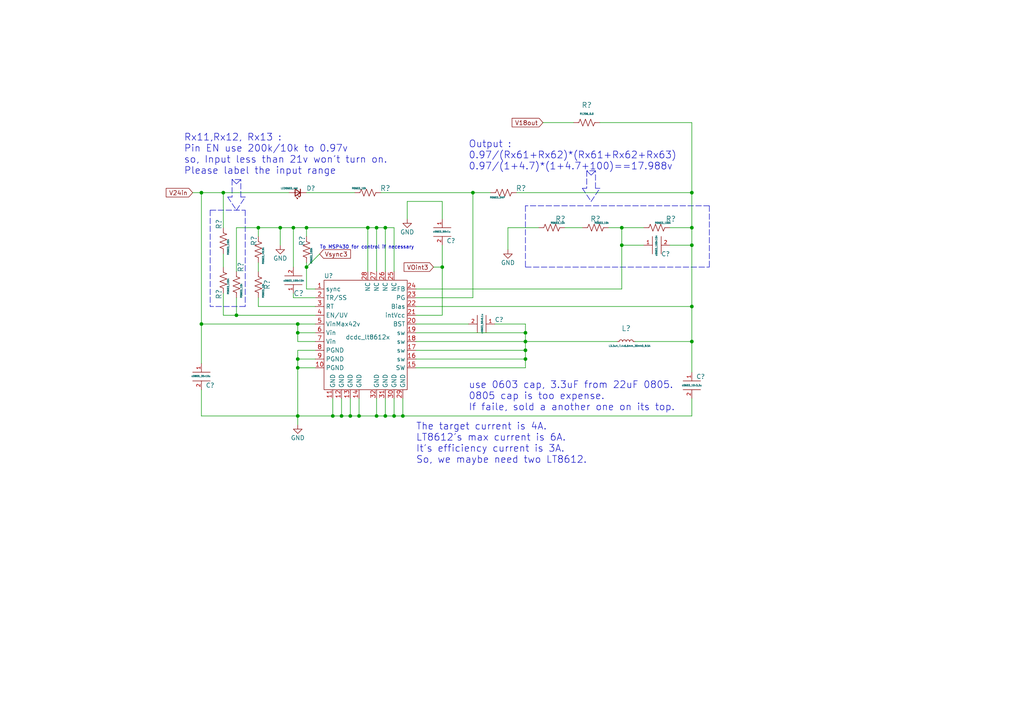
<source format=kicad_sch>
(kicad_sch (version 20211123) (generator eeschema)

  (uuid 5fcbb5c5-ef0d-4d9d-b94c-062796619b75)

  (paper "A4")

  (lib_symbols
    (symbol "01dyn_lib:L3.3uH_7.4x6.6mm_30mhO_9.5A" (pin_numbers hide) (pin_names (offset 0.254) hide) (in_bom yes) (on_board yes)
      (property "Reference" "L" (id 0) (at -1.27 1.27 0)
        (effects (font (size 1.5 1.5)) (justify left))
      )
      (property "Value" "L3.3uH_7.4x6.6mm_30mhO_9.5A" (id 1) (at -5.08 -1.27 0)
        (effects (font (size 0.5 0.5)) (justify left))
      )
      (property "Footprint" "02_dyn_pcblib:L7.1x6.6mm" (id 2) (at -1.27 10.16 0)
        (effects (font (size 1.27 1.27)) hide)
      )
      (property "Datasheet" "~" (id 3) (at 0 0 90)
        (effects (font (size 1.27 1.27)) hide)
      )
      (property "PartNum" "ECS-MPIL0630-3R3MC" (id 4) (at 0 15.24 0)
        (effects (font (size 1.27 1.27)) hide)
      )
      (property "PartDesc" "3.3 µH Shielded Molded Inductor 9.5 A 22mOhm Max Nonstandard" (id 5) (at 3.81 12.7 0)
        (effects (font (size 1.27 1.27)) hide)
      )
      (property "ki_keywords" "inductor choke coil reactor magnetic" (id 6) (at 0 0 0)
        (effects (font (size 1.27 1.27)) hide)
      )
      (property "ki_description" "Inductor, small symbol" (id 7) (at 0 0 0)
        (effects (font (size 1.27 1.27)) hide)
      )
      (property "ki_fp_filters" "Choke_* *Coil* Inductor_* L_*" (id 8) (at 0 0 0)
        (effects (font (size 1.27 1.27)) hide)
      )
      (symbol "L3.3uH_7.4x6.6mm_30mhO_9.5A_0_1"
        (arc (start -1.016 0) (mid -1.524 0.508) (end -2.032 0)
          (stroke (width 0) (type default) (color 0 0 0 0))
          (fill (type none))
        )
        (arc (start 0 0) (mid -0.508 0.508) (end -1.016 0)
          (stroke (width 0) (type default) (color 0 0 0 0))
          (fill (type none))
        )
        (arc (start 1.016 0) (mid 0.508 0.508) (end 0 0)
          (stroke (width 0) (type default) (color 0 0 0 0))
          (fill (type none))
        )
        (arc (start 2.032 0) (mid 1.524 0.508) (end 1.016 0)
          (stroke (width 0) (type default) (color 0 0 0 0))
          (fill (type none))
        )
      )
      (symbol "L3.3uH_7.4x6.6mm_30mhO_9.5A_1_1"
        (pin passive line (at -2.54 0 0) (length 0.508)
          (name "~" (effects (font (size 1.27 1.27))))
          (number "1" (effects (font (size 1.27 1.27))))
        )
        (pin passive line (at 2.54 0 180) (length 0.508)
          (name "~" (effects (font (size 1.27 1.27))))
          (number "2" (effects (font (size 1.27 1.27))))
        )
      )
    )
    (symbol "01dyn_lib:LED0603_red" (pin_numbers hide) (pin_names (offset 0.254) hide) (in_bom yes) (on_board yes)
      (property "Reference" "D" (id 0) (at -1.27 3.175 0)
        (effects (font (size 1.27 1.27)) (justify left))
      )
      (property "Value" "LED0603_red" (id 1) (at -2.54 -1.27 0)
        (effects (font (size 0.5 0.5)) (justify left))
      )
      (property "Footprint" "02_dyn_pcblib:LED0603" (id 2) (at 0 8.89 0)
        (effects (font (size 1.27 1.27)) hide)
      )
      (property "Datasheet" "~" (id 3) (at 0 0 90)
        (effects (font (size 1.27 1.27)) hide)
      )
      (property "PartNum" "LTST-C190KRKT" (id 4) (at -1.27 15.24 0)
        (effects (font (size 1.27 1.27)) hide)
      )
      (property "PartDesc" "Red 631nm LED Indication - Discrete 2V 0603 (1608 Metric)" (id 5) (at 0 12.7 0)
        (effects (font (size 1.27 1.27)) hide)
      )
      (property "ki_keywords" "LED diode light-emitting-diode" (id 6) (at 0 0 0)
        (effects (font (size 1.27 1.27)) hide)
      )
      (property "ki_description" "Light emitting diode, small symbol" (id 7) (at 0 0 0)
        (effects (font (size 1.27 1.27)) hide)
      )
      (property "ki_fp_filters" "LED* LED_SMD:* LED_THT:*" (id 8) (at 0 0 0)
        (effects (font (size 1.27 1.27)) hide)
      )
      (symbol "LED0603_red_0_1"
        (polyline
          (pts
            (xy -0.762 -1.016)
            (xy -0.762 1.016)
          )
          (stroke (width 0.254) (type default) (color 0 0 0 0))
          (fill (type none))
        )
        (polyline
          (pts
            (xy 1.016 0)
            (xy -0.762 0)
          )
          (stroke (width 0) (type default) (color 0 0 0 0))
          (fill (type none))
        )
        (polyline
          (pts
            (xy 0.762 -1.016)
            (xy -0.762 0)
            (xy 0.762 1.016)
            (xy 0.762 -1.016)
          )
          (stroke (width 0.254) (type default) (color 0 0 0 0))
          (fill (type none))
        )
        (polyline
          (pts
            (xy 0 0.762)
            (xy -0.508 1.27)
            (xy -0.254 1.27)
            (xy -0.508 1.27)
            (xy -0.508 1.016)
          )
          (stroke (width 0) (type default) (color 0 0 0 0))
          (fill (type none))
        )
        (polyline
          (pts
            (xy 0.508 1.27)
            (xy 0 1.778)
            (xy 0.254 1.778)
            (xy 0 1.778)
            (xy 0 1.524)
          )
          (stroke (width 0) (type default) (color 0 0 0 0))
          (fill (type none))
        )
      )
      (symbol "LED0603_red_1_1"
        (pin passive line (at -2.54 0 0) (length 1.778)
          (name "K" (effects (font (size 1.27 1.27))))
          (number "1" (effects (font (size 1.27 1.27))))
        )
        (pin passive line (at 2.54 0 180) (length 1.778)
          (name "A" (effects (font (size 1.27 1.27))))
          (number "2" (effects (font (size 1.27 1.27))))
        )
      )
    )
    (symbol "01dyn_lib:R0603_100k" (pin_numbers hide) (pin_names (offset 0)) (in_bom yes) (on_board yes)
      (property "Reference" "R" (id 0) (at 1.905 -1.397 0)
        (effects (font (size 1.5 1.5)))
      )
      (property "Value" "R0603_100k" (id 1) (at -1.778 -1.397 0)
        (effects (font (size 0.5 0.5)))
      )
      (property "Footprint" "Resistor_SMD:R_0603_1608Metric" (id 2) (at 1.27 3.81 0)
        (effects (font (size 1.27 1.27)) hide)
      )
      (property "Datasheet" "~" (id 3) (at 0 0 90)
        (effects (font (size 1.27 1.27)) hide)
      )
      (property "PartNum" "ERA-3AED104V" (id 4) (at -0.127 1.905 0)
        (effects (font (size 1.27 1.27)) hide)
      )
      (property "ki_keywords" "R res resistor" (id 5) (at 0 0 0)
        (effects (font (size 1.27 1.27)) hide)
      )
      (property "ki_description" "Resistor, US symbol" (id 6) (at 0 0 0)
        (effects (font (size 1.27 1.27)) hide)
      )
      (property "ki_fp_filters" "R_*" (id 7) (at 0 0 0)
        (effects (font (size 1.27 1.27)) hide)
      )
      (symbol "R0603_100k_0_1"
        (polyline
          (pts
            (xy -2.286 0)
            (xy -2.54 0)
          )
          (stroke (width 0) (type default) (color 0 0 0 0))
          (fill (type none))
        )
        (polyline
          (pts
            (xy 2.286 0)
            (xy 2.54 0)
          )
          (stroke (width 0) (type default) (color 0 0 0 0))
          (fill (type none))
        )
        (polyline
          (pts
            (xy -2.286 0)
            (xy -1.905 1.016)
            (xy -1.524 0)
            (xy -1.143 -1.016)
            (xy -0.762 0)
          )
          (stroke (width 0) (type default) (color 0 0 0 0))
          (fill (type none))
        )
        (polyline
          (pts
            (xy -0.762 0)
            (xy -0.381 1.016)
            (xy 0 0)
            (xy 0.381 -1.016)
            (xy 0.762 0)
          )
          (stroke (width 0) (type default) (color 0 0 0 0))
          (fill (type none))
        )
        (polyline
          (pts
            (xy 0.762 0)
            (xy 1.143 1.016)
            (xy 1.524 0)
            (xy 1.905 -1.016)
            (xy 2.286 0)
          )
          (stroke (width 0) (type default) (color 0 0 0 0))
          (fill (type none))
        )
      )
      (symbol "R0603_100k_1_1"
        (pin passive line (at -3.81 0 0) (length 1.27)
          (name "~" (effects (font (size 1.27 1.27))))
          (number "1" (effects (font (size 1.27 1.27))))
        )
        (pin passive line (at 3.81 0 180) (length 1.27)
          (name "~" (effects (font (size 1.27 1.27))))
          (number "2" (effects (font (size 1.27 1.27))))
        )
      )
    )
    (symbol "01dyn_lib:R0603_10k" (pin_numbers hide) (pin_names (offset 0)) (in_bom yes) (on_board yes)
      (property "Reference" "R" (id 0) (at 1.905 -1.397 0)
        (effects (font (size 1.5 1.5)))
      )
      (property "Value" "R0603_10k" (id 1) (at -1.778 -1.397 0)
        (effects (font (size 0.5 0.5)))
      )
      (property "Footprint" "Resistor_SMD:R_0603_1608Metric" (id 2) (at 1.27 3.81 0)
        (effects (font (size 1.27 1.27)) hide)
      )
      (property "Datasheet" "~" (id 3) (at 0 0 90)
        (effects (font (size 1.27 1.27)) hide)
      )
      (property "PartNum" "ERJ-PA3F1002V" (id 4) (at 0.127 1.905 0)
        (effects (font (size 1.27 1.27)) hide)
      )
      (property "ki_keywords" "R res resistor" (id 5) (at 0 0 0)
        (effects (font (size 1.27 1.27)) hide)
      )
      (property "ki_description" "Resistor, US symbol" (id 6) (at 0 0 0)
        (effects (font (size 1.27 1.27)) hide)
      )
      (property "ki_fp_filters" "R_*" (id 7) (at 0 0 0)
        (effects (font (size 1.27 1.27)) hide)
      )
      (symbol "R0603_10k_0_1"
        (polyline
          (pts
            (xy -2.286 0)
            (xy -2.54 0)
          )
          (stroke (width 0) (type default) (color 0 0 0 0))
          (fill (type none))
        )
        (polyline
          (pts
            (xy 2.286 0)
            (xy 2.54 0)
          )
          (stroke (width 0) (type default) (color 0 0 0 0))
          (fill (type none))
        )
        (polyline
          (pts
            (xy -2.286 0)
            (xy -1.905 1.016)
            (xy -1.524 0)
            (xy -1.143 -1.016)
            (xy -0.762 0)
          )
          (stroke (width 0) (type default) (color 0 0 0 0))
          (fill (type none))
        )
        (polyline
          (pts
            (xy -0.762 0)
            (xy -0.381 1.016)
            (xy 0 0)
            (xy 0.381 -1.016)
            (xy 0.762 0)
          )
          (stroke (width 0) (type default) (color 0 0 0 0))
          (fill (type none))
        )
        (polyline
          (pts
            (xy 0.762 0)
            (xy 1.143 1.016)
            (xy 1.524 0)
            (xy 1.905 -1.016)
            (xy 2.286 0)
          )
          (stroke (width 0) (type default) (color 0 0 0 0))
          (fill (type none))
        )
      )
      (symbol "R0603_10k_1_1"
        (pin passive line (at -3.81 0 0) (length 1.27)
          (name "~" (effects (font (size 1.27 1.27))))
          (number "1" (effects (font (size 1.27 1.27))))
        )
        (pin passive line (at 3.81 0 180) (length 1.27)
          (name "~" (effects (font (size 1.27 1.27))))
          (number "2" (effects (font (size 1.27 1.27))))
        )
      )
    )
    (symbol "01dyn_lib:R0603_49.9k" (pin_numbers hide) (pin_names (offset 0)) (in_bom yes) (on_board yes)
      (property "Reference" "R" (id 0) (at 1.905 -1.397 0)
        (effects (font (size 1.5 1.5)))
      )
      (property "Value" "R0603_49.9k" (id 1) (at -1.778 -1.397 0)
        (effects (font (size 0.5 0.5)))
      )
      (property "Footprint" "Resistor_SMD:R_0603_1608Metric" (id 2) (at 1.27 3.81 0)
        (effects (font (size 1.27 1.27)) hide)
      )
      (property "Datasheet" "~" (id 3) (at 0 0 90)
        (effects (font (size 1.27 1.27)) hide)
      )
      (property "PartNum" "ERA-3AED4992V" (id 4) (at -0.127 1.778 0)
        (effects (font (size 1.27 1.27)) hide)
      )
      (property "ki_keywords" "R res resistor" (id 5) (at 0 0 0)
        (effects (font (size 1.27 1.27)) hide)
      )
      (property "ki_description" "Resistor, US symbol" (id 6) (at 0 0 0)
        (effects (font (size 1.27 1.27)) hide)
      )
      (property "ki_fp_filters" "R_*" (id 7) (at 0 0 0)
        (effects (font (size 1.27 1.27)) hide)
      )
      (symbol "R0603_49.9k_0_1"
        (polyline
          (pts
            (xy -2.286 0)
            (xy -2.54 0)
          )
          (stroke (width 0) (type default) (color 0 0 0 0))
          (fill (type none))
        )
        (polyline
          (pts
            (xy 2.286 0)
            (xy 2.54 0)
          )
          (stroke (width 0) (type default) (color 0 0 0 0))
          (fill (type none))
        )
        (polyline
          (pts
            (xy -2.286 0)
            (xy -1.905 1.016)
            (xy -1.524 0)
            (xy -1.143 -1.016)
            (xy -0.762 0)
          )
          (stroke (width 0) (type default) (color 0 0 0 0))
          (fill (type none))
        )
        (polyline
          (pts
            (xy -0.762 0)
            (xy -0.381 1.016)
            (xy 0 0)
            (xy 0.381 -1.016)
            (xy 0.762 0)
          )
          (stroke (width 0) (type default) (color 0 0 0 0))
          (fill (type none))
        )
        (polyline
          (pts
            (xy 0.762 0)
            (xy 1.143 1.016)
            (xy 1.524 0)
            (xy 1.905 -1.016)
            (xy 2.286 0)
          )
          (stroke (width 0) (type default) (color 0 0 0 0))
          (fill (type none))
        )
      )
      (symbol "R0603_49.9k_1_1"
        (pin passive line (at -3.81 0 0) (length 1.27)
          (name "~" (effects (font (size 1.27 1.27))))
          (number "1" (effects (font (size 1.27 1.27))))
        )
        (pin passive line (at 3.81 0 180) (length 1.27)
          (name "~" (effects (font (size 1.27 1.27))))
          (number "2" (effects (font (size 1.27 1.27))))
        )
      )
    )
    (symbol "01dyn_lib:R0603_DNP" (pin_numbers hide) (pin_names (offset 0)) (in_bom yes) (on_board yes)
      (property "Reference" "R" (id 0) (at 1.905 -1.397 0)
        (effects (font (size 1.5 1.5)))
      )
      (property "Value" "R0603_DNP" (id 1) (at -1.778 -1.397 0)
        (effects (font (size 0.5 0.5)))
      )
      (property "Footprint" "Resistor_SMD:R_0603_1608Metric_Pad0.98x0.95mm_HandSolder" (id 2) (at 1.27 3.81 0)
        (effects (font (size 1.27 1.27)) hide)
      )
      (property "Datasheet" "~" (id 3) (at 0 0 90)
        (effects (font (size 1.27 1.27)) hide)
      )
      (property "PartNum" "R0603_DNP" (id 4) (at -0.127 1.905 0)
        (effects (font (size 1.27 1.27)) hide)
      )
      (property "Notice" "This DNP resistor use handly footprint, which is larger than the normal standard footprint" (id 5) (at -2.54 8.89 0)
        (effects (font (size 1.27 1.27)) hide)
      )
      (property "ki_keywords" "R res resistor" (id 6) (at 0 0 0)
        (effects (font (size 1.27 1.27)) hide)
      )
      (property "ki_description" "Resistor, US symbol" (id 7) (at 0 0 0)
        (effects (font (size 1.27 1.27)) hide)
      )
      (property "ki_fp_filters" "R_*" (id 8) (at 0 0 0)
        (effects (font (size 1.27 1.27)) hide)
      )
      (symbol "R0603_DNP_0_1"
        (polyline
          (pts
            (xy -2.286 0)
            (xy -2.54 0)
          )
          (stroke (width 0) (type default) (color 0 0 0 0))
          (fill (type none))
        )
        (polyline
          (pts
            (xy 2.286 0)
            (xy 2.54 0)
          )
          (stroke (width 0) (type default) (color 0 0 0 0))
          (fill (type none))
        )
        (polyline
          (pts
            (xy -2.286 0)
            (xy -1.905 1.016)
            (xy -1.524 0)
            (xy -1.143 -1.016)
            (xy -0.762 0)
          )
          (stroke (width 0) (type default) (color 0 0 0 0))
          (fill (type none))
        )
        (polyline
          (pts
            (xy -0.762 0)
            (xy -0.381 1.016)
            (xy 0 0)
            (xy 0.381 -1.016)
            (xy 0.762 0)
          )
          (stroke (width 0) (type default) (color 0 0 0 0))
          (fill (type none))
        )
        (polyline
          (pts
            (xy 0.762 0)
            (xy 1.143 1.016)
            (xy 1.524 0)
            (xy 1.905 -1.016)
            (xy 2.286 0)
          )
          (stroke (width 0) (type default) (color 0 0 0 0))
          (fill (type none))
        )
      )
      (symbol "R0603_DNP_1_1"
        (pin passive line (at -3.81 0 0) (length 1.27)
          (name "~" (effects (font (size 1.27 1.27))))
          (number "1" (effects (font (size 1.27 1.27))))
        )
        (pin passive line (at 3.81 0 180) (length 1.27)
          (name "~" (effects (font (size 1.27 1.27))))
          (number "2" (effects (font (size 1.27 1.27))))
        )
      )
    )
    (symbol "01dyn_lib:R1206_0.0" (pin_numbers hide) (pin_names (offset 0)) (in_bom yes) (on_board yes)
      (property "Reference" "R" (id 0) (at 1.905 -1.397 0)
        (effects (font (size 1.5 1.5)))
      )
      (property "Value" "R1206_0.0" (id 1) (at -1.778 -1.397 0)
        (effects (font (size 0.5 0.5)))
      )
      (property "Footprint" "02_dyn_pcblib:R1206mix0603" (id 2) (at 0 11.43 0)
        (effects (font (size 1.27 1.27)) hide)
      )
      (property "Datasheet" "~" (id 3) (at 0 0 90)
        (effects (font (size 1.27 1.27)) hide)
      )
      (property "PartNum" "RC1206FR-070RL" (id 4) (at -0.127 1.905 0)
        (effects (font (size 1.27 1.27)) hide)
      )
      (property "PartDesc" "0 Ohms Jumper 0.25W, 1/4W Chip Resistor 1206 (3216 Metric) Moisture Resistant Thick Film" (id 5) (at -2.54 8.89 0)
        (effects (font (size 1.27 1.27)) hide)
      )
      (property "ki_keywords" "R res resistor" (id 6) (at 0 0 0)
        (effects (font (size 1.27 1.27)) hide)
      )
      (property "ki_description" "Resistor, US symbol" (id 7) (at 0 0 0)
        (effects (font (size 1.27 1.27)) hide)
      )
      (property "ki_fp_filters" "R_*" (id 8) (at 0 0 0)
        (effects (font (size 1.27 1.27)) hide)
      )
      (symbol "R1206_0.0_0_1"
        (polyline
          (pts
            (xy -2.286 0)
            (xy -2.54 0)
          )
          (stroke (width 0) (type default) (color 0 0 0 0))
          (fill (type none))
        )
        (polyline
          (pts
            (xy 2.286 0)
            (xy 2.54 0)
          )
          (stroke (width 0) (type default) (color 0 0 0 0))
          (fill (type none))
        )
        (polyline
          (pts
            (xy -2.286 0)
            (xy -1.905 1.016)
            (xy -1.524 0)
            (xy -1.143 -1.016)
            (xy -0.762 0)
          )
          (stroke (width 0) (type default) (color 0 0 0 0))
          (fill (type none))
        )
        (polyline
          (pts
            (xy -0.762 0)
            (xy -0.381 1.016)
            (xy 0 0)
            (xy 0.381 -1.016)
            (xy 0.762 0)
          )
          (stroke (width 0) (type default) (color 0 0 0 0))
          (fill (type none))
        )
        (polyline
          (pts
            (xy 0.762 0)
            (xy 1.143 1.016)
            (xy 1.524 0)
            (xy 1.905 -1.016)
            (xy 2.286 0)
          )
          (stroke (width 0) (type default) (color 0 0 0 0))
          (fill (type none))
        )
      )
      (symbol "R1206_0.0_1_1"
        (pin passive line (at -3.81 0 0) (length 1.27)
          (name "~" (effects (font (size 1.27 1.27))))
          (number "1" (effects (font (size 1.27 1.27))))
        )
        (pin passive line (at 3.81 0 180) (length 1.27)
          (name "~" (effects (font (size 1.27 1.27))))
          (number "2" (effects (font (size 1.27 1.27))))
        )
      )
    )
    (symbol "01dyn_lib:c0603_100v10n" (pin_names (offset 0.254)) (in_bom yes) (on_board yes)
      (property "Reference" "C" (id 0) (at 1.27 -2.54 0)
        (effects (font (size 1.5 1.5)))
      )
      (property "Value" "c0603_100v10n" (id 1) (at 0.127 -0.127 0)
        (effects (font (size 0.5 0.5)))
      )
      (property "Footprint" "Capacitor_SMD:C_0603_1608Metric" (id 2) (at 0.889 12.827 0)
        (effects (font (size 1.27 1.27)) hide)
      )
      (property "Datasheet" "~" (id 3) (at -0.0635 -0.0635 0)
        (effects (font (size 1.27 1.27)) hide)
      )
      (property "PartNum" "C1608X7R2A103M080AA" (id 4) (at -0.508 15.494 0)
        (effects (font (size 1.27 1.27)) hide)
      )
      (property "PartDesc" "10000 pF ±20% 100V Ceramic Capacitor X7R 0603 (1608 Metric)" (id 5) (at -3.81 19.05 0)
        (effects (font (size 1.27 1.27)) hide)
      )
      (property "ki_keywords" "simulation" (id 6) (at 0 0 0)
        (effects (font (size 1.27 1.27)) hide)
      )
      (property "ki_description" "Capacitor symbol for simulation only" (id 7) (at 0 0 0)
        (effects (font (size 1.27 1.27)) hide)
      )
      (symbol "c0603_100v10n_0_1"
        (polyline
          (pts
            (xy 2.54 -1.27)
            (xy -2.54 -1.27)
          )
          (stroke (width 0) (type default) (color 0 0 0 0))
          (fill (type none))
        )
        (polyline
          (pts
            (xy 2.54 1.27)
            (xy -2.54 1.27)
          )
          (stroke (width 0) (type default) (color 0 0 0 0))
          (fill (type none))
        )
      )
      (symbol "c0603_100v10n_1_1"
        (pin passive line (at 0 -3.81 90) (length 2.54)
          (name "~" (effects (font (size 1.016 1.016))))
          (number "1" (effects (font (size 1.016 1.016))))
        )
        (pin passive line (at 0 3.81 270) (length 2.54)
          (name "~" (effects (font (size 1.016 1.016))))
          (number "2" (effects (font (size 1.016 1.016))))
        )
      )
    )
    (symbol "01dyn_lib:c0603_10v3.3u" (pin_names (offset 0.254)) (in_bom yes) (on_board yes)
      (property "Reference" "C" (id 0) (at 1.27 -2.54 0)
        (effects (font (size 1.5 1.5)))
      )
      (property "Value" "c0603_10v3.3u" (id 1) (at 0 0 0)
        (effects (font (size 0.5 0.5)))
      )
      (property "Footprint" "Capacitor_SMD:C_0603_1608Metric" (id 2) (at 0.889 12.827 0)
        (effects (font (size 1.27 1.27)) hide)
      )
      (property "Datasheet" "~" (id 3) (at -0.0635 -0.0635 0)
        (effects (font (size 1.27 1.27)) hide)
      )
      (property "PartNum" "C1608X7S1A335K080AC" (id 4) (at -0.508 15.494 0)
        (effects (font (size 1.27 1.27)) hide)
      )
      (property "ki_keywords" "simulation" (id 5) (at 0 0 0)
        (effects (font (size 1.27 1.27)) hide)
      )
      (property "ki_description" "Capacitor symbol for simulation only" (id 6) (at 0 0 0)
        (effects (font (size 1.27 1.27)) hide)
      )
      (symbol "c0603_10v3.3u_0_1"
        (polyline
          (pts
            (xy 2.54 -1.27)
            (xy -2.54 -1.27)
          )
          (stroke (width 0) (type default) (color 0 0 0 0))
          (fill (type none))
        )
        (polyline
          (pts
            (xy 2.54 1.27)
            (xy -2.54 1.27)
          )
          (stroke (width 0) (type default) (color 0 0 0 0))
          (fill (type none))
        )
      )
      (symbol "c0603_10v3.3u_1_1"
        (pin passive line (at 0 -3.81 90) (length 2.54)
          (name "~" (effects (font (size 1.016 1.016))))
          (number "1" (effects (font (size 1.016 1.016))))
        )
        (pin passive line (at 0 3.81 270) (length 2.54)
          (name "~" (effects (font (size 1.016 1.016))))
          (number "2" (effects (font (size 1.016 1.016))))
        )
      )
    )
    (symbol "01dyn_lib:c0603_50v0.1u" (pin_names (offset 0.254)) (in_bom yes) (on_board yes)
      (property "Reference" "C" (id 0) (at 1.27 -2.54 0)
        (effects (font (size 1.5 1.5)))
      )
      (property "Value" "c0603_50v0.1u" (id 1) (at 0.127 -0.127 0)
        (effects (font (size 0.5 0.5)))
      )
      (property "Footprint" "Capacitor_SMD:C_0603_1608Metric" (id 2) (at 0.889 12.827 0)
        (effects (font (size 1.27 1.27)) hide)
      )
      (property "Datasheet" "~" (id 3) (at -0.0635 -0.0635 0)
        (effects (font (size 1.27 1.27)) hide)
      )
      (property "PartNum" "CGA3E2X7R1H104M080AA" (id 4) (at -0.508 15.494 0)
        (effects (font (size 1.27 1.27)) hide)
      )
      (property "ki_keywords" "simulation" (id 5) (at 0 0 0)
        (effects (font (size 1.27 1.27)) hide)
      )
      (property "ki_description" "Capacitor symbol for simulation only" (id 6) (at 0 0 0)
        (effects (font (size 1.27 1.27)) hide)
      )
      (symbol "c0603_50v0.1u_0_1"
        (polyline
          (pts
            (xy 2.54 -1.27)
            (xy -2.54 -1.27)
          )
          (stroke (width 0) (type default) (color 0 0 0 0))
          (fill (type none))
        )
        (polyline
          (pts
            (xy 2.54 1.27)
            (xy -2.54 1.27)
          )
          (stroke (width 0) (type default) (color 0 0 0 0))
          (fill (type none))
        )
      )
      (symbol "c0603_50v0.1u_1_1"
        (pin passive line (at 0 -3.81 90) (length 2.54)
          (name "~" (effects (font (size 1.016 1.016))))
          (number "1" (effects (font (size 1.016 1.016))))
        )
        (pin passive line (at 0 3.81 270) (length 2.54)
          (name "~" (effects (font (size 1.016 1.016))))
          (number "2" (effects (font (size 1.016 1.016))))
        )
      )
    )
    (symbol "01dyn_lib:c0603_50v1u" (pin_names (offset 0.254)) (in_bom yes) (on_board yes)
      (property "Reference" "C" (id 0) (at 1.27 -2.54 0)
        (effects (font (size 1.5 1.5)))
      )
      (property "Value" "c0603_50v1u" (id 1) (at 0.127 -0.127 0)
        (effects (font (size 0.5 0.5)))
      )
      (property "Footprint" "Capacitor_SMD:C_0603_1608Metric" (id 2) (at 0.889 12.827 0)
        (effects (font (size 1.27 1.27)) hide)
      )
      (property "Datasheet" "~" (id 3) (at -0.0635 -0.0635 0)
        (effects (font (size 1.27 1.27)) hide)
      )
      (property "PartNum" "C1608X5R1H105K080AB" (id 4) (at -0.508 15.494 0)
        (effects (font (size 1.27 1.27)) hide)
      )
      (property "ki_keywords" "simulation" (id 5) (at 0 0 0)
        (effects (font (size 1.27 1.27)) hide)
      )
      (property "ki_description" "Capacitor symbol for simulation only" (id 6) (at 0 0 0)
        (effects (font (size 1.27 1.27)) hide)
      )
      (symbol "c0603_50v1u_0_1"
        (polyline
          (pts
            (xy 2.54 -1.27)
            (xy -2.54 -1.27)
          )
          (stroke (width 0) (type default) (color 0 0 0 0))
          (fill (type none))
        )
        (polyline
          (pts
            (xy 2.54 1.27)
            (xy -2.54 1.27)
          )
          (stroke (width 0) (type default) (color 0 0 0 0))
          (fill (type none))
        )
      )
      (symbol "c0603_50v1u_1_1"
        (pin passive line (at 0 -3.81 90) (length 2.54)
          (name "~" (effects (font (size 1.016 1.016))))
          (number "1" (effects (font (size 1.016 1.016))))
        )
        (pin passive line (at 0 3.81 270) (length 2.54)
          (name "~" (effects (font (size 1.016 1.016))))
          (number "2" (effects (font (size 1.016 1.016))))
        )
      )
    )
    (symbol "01dyn_lib:c0805_35v10u" (pin_names (offset 0.254)) (in_bom yes) (on_board yes)
      (property "Reference" "C" (id 0) (at 1.27 -2.54 0)
        (effects (font (size 1.5 1.5)))
      )
      (property "Value" "c0805_35v10u" (id 1) (at 0.127 -0.127 0)
        (effects (font (size 0.5 0.5)))
      )
      (property "Footprint" "02_dyn_pcblib:C0805mix0603" (id 2) (at 0.889 12.827 0)
        (effects (font (size 1.27 1.27)) hide)
      )
      (property "Datasheet" "~" (id 3) (at -0.0635 -0.0635 0)
        (effects (font (size 1.27 1.27)) hide)
      )
      (property "PartNum" "C2012X5R1V106M085AC" (id 4) (at -0.508 15.494 0)
        (effects (font (size 1.27 1.27)) hide)
      )
      (property "ki_keywords" "simulation" (id 5) (at 0 0 0)
        (effects (font (size 1.27 1.27)) hide)
      )
      (property "ki_description" "Capacitor symbol for simulation only" (id 6) (at 0 0 0)
        (effects (font (size 1.27 1.27)) hide)
      )
      (symbol "c0805_35v10u_0_1"
        (polyline
          (pts
            (xy 2.54 -1.27)
            (xy -2.54 -1.27)
          )
          (stroke (width 0) (type default) (color 0 0 0 0))
          (fill (type none))
        )
        (polyline
          (pts
            (xy 2.54 1.27)
            (xy -2.54 1.27)
          )
          (stroke (width 0) (type default) (color 0 0 0 0))
          (fill (type none))
        )
      )
      (symbol "c0805_35v10u_1_1"
        (pin passive line (at 0 -3.81 90) (length 2.54)
          (name "~" (effects (font (size 1.016 1.016))))
          (number "1" (effects (font (size 1.016 1.016))))
        )
        (pin passive line (at 0 3.81 270) (length 2.54)
          (name "~" (effects (font (size 1.016 1.016))))
          (number "2" (effects (font (size 1.016 1.016))))
        )
      )
    )
    (symbol "01dyn_lib:dcdc_lt8612x" (in_bom yes) (on_board yes)
      (property "Reference" "U" (id 0) (at -7.62 3.81 0)
        (effects (font (size 1.27 1.27)))
      )
      (property "Value" "dcdc_lt8612x" (id 1) (at 3.81 -13.97 0)
        (effects (font (size 1.27 1.27)))
      )
      (property "Footprint" "02_dyn_pcblib:QFN-28-1EP_3x6mm_P0.5mm_EP1.7x4.75mmX" (id 2) (at 6.35 27.94 0)
        (effects (font (size 1.27 1.27)) hide)
      )
      (property "Datasheet" "" (id 3) (at -11.43 0 0)
        (effects (font (size 1.27 1.27)) hide)
      )
      (property "source" "digikey" (id 4) (at -20.32 15.24 0)
        (effects (font (size 1.27 1.27)) hide)
      )
      (property "PartNum" "505-LT8612EUDE#PBF-ND" (id 5) (at -10.16 17.78 0)
        (effects (font (size 1.27 1.27)) hide)
      )
      (property "PartDesc" "IC REG BUCK ADJUSTABLE 6A 28QFN" (id 6) (at -5.08 20.32 0)
        (effects (font (size 1.27 1.27)) hide)
      )
      (property "Mfg" "Analog Devices Inc." (id 7) (at -13.97 22.86 0)
        (effects (font (size 1.27 1.27)) hide)
      )
      (property "MfgNum" "LT8612EUDE#PBF" (id 8) (at -15.24 25.4 0)
        (effects (font (size 1.27 1.27)) hide)
      )
      (symbol "dcdc_lt8612x_0_0"
        (pin input line (at -11.43 0 0) (length 2.54)
          (name "sync" (effects (font (size 1.27 1.27))))
          (number "1" (effects (font (size 1.27 1.27))))
        )
        (pin power_out line (at -11.43 -22.86 0) (length 2.54)
          (name "PGND" (effects (font (size 1.27 1.27))))
          (number "10" (effects (font (size 1.27 1.27))))
        )
        (pin power_out line (at -6.35 -31.75 90) (length 2.54)
          (name "GND" (effects (font (size 1.27 1.27))))
          (number "11" (effects (font (size 1.27 1.27))))
        )
        (pin power_out line (at -3.81 -31.75 90) (length 2.54)
          (name "GND" (effects (font (size 1.27 1.27))))
          (number "12" (effects (font (size 1.27 1.27))))
        )
        (pin power_out line (at -1.27 -31.75 90) (length 2.54)
          (name "GND" (effects (font (size 1.27 1.27))))
          (number "13" (effects (font (size 1.27 1.27))))
        )
        (pin power_out line (at 1.27 -31.75 90) (length 2.54)
          (name "GND" (effects (font (size 1.27 1.27))))
          (number "14" (effects (font (size 1.27 1.27))))
        )
        (pin power_out line (at 17.78 -22.86 180) (length 2.54)
          (name "SW" (effects (font (size 1.27 1.27))))
          (number "15" (effects (font (size 1.27 1.27))))
        )
        (pin power_out line (at 17.78 -20.32 180) (length 2.54)
          (name "sw" (effects (font (size 1.27 1.27))))
          (number "16" (effects (font (size 1.27 1.27))))
        )
        (pin power_out line (at 17.78 -17.78 180) (length 2.54)
          (name "sw" (effects (font (size 1.27 1.27))))
          (number "17" (effects (font (size 1.27 1.27))))
        )
        (pin power_out line (at 17.78 -15.24 180) (length 2.54)
          (name "sw" (effects (font (size 1.27 1.27))))
          (number "18" (effects (font (size 1.27 1.27))))
        )
        (pin power_out line (at 17.78 -12.7 180) (length 2.54)
          (name "sw" (effects (font (size 1.27 1.27))))
          (number "19" (effects (font (size 1.27 1.27))))
        )
        (pin input line (at -11.43 -2.54 0) (length 2.54)
          (name "TR/SS" (effects (font (size 1.27 1.27))))
          (number "2" (effects (font (size 1.27 1.27))))
        )
        (pin power_out line (at 17.78 -10.16 180) (length 2.54)
          (name "BST" (effects (font (size 1.27 1.27))))
          (number "20" (effects (font (size 1.27 1.27))))
        )
        (pin power_out line (at 17.78 -7.62 180) (length 2.54)
          (name "intVcc" (effects (font (size 1.27 1.27))))
          (number "21" (effects (font (size 1.27 1.27))))
        )
        (pin input line (at 17.78 -5.08 180) (length 2.54)
          (name "Bias" (effects (font (size 1.27 1.27))))
          (number "22" (effects (font (size 1.27 1.27))))
        )
        (pin open_collector line (at 17.78 -2.54 180) (length 2.54)
          (name "PG" (effects (font (size 1.27 1.27))))
          (number "23" (effects (font (size 1.27 1.27))))
        )
        (pin input line (at 17.78 0 180) (length 2.54)
          (name "FB" (effects (font (size 1.27 1.27))))
          (number "24" (effects (font (size 1.27 1.27))))
        )
        (pin power_out line (at 11.43 5.08 270) (length 2.54)
          (name "NC" (effects (font (size 1.27 1.27))))
          (number "25" (effects (font (size 1.27 1.27))))
        )
        (pin power_out line (at 8.89 5.08 270) (length 2.54)
          (name "NC" (effects (font (size 1.27 1.27))))
          (number "26" (effects (font (size 1.27 1.27))))
        )
        (pin power_out line (at 6.35 5.08 270) (length 2.54)
          (name "NC" (effects (font (size 1.27 1.27))))
          (number "27" (effects (font (size 1.27 1.27))))
        )
        (pin power_out line (at 3.81 5.08 270) (length 2.54)
          (name "NC" (effects (font (size 1.27 1.27))))
          (number "28" (effects (font (size 1.27 1.27))))
        )
        (pin power_out line (at 13.97 -31.75 90) (length 2.54)
          (name "GND" (effects (font (size 1.27 1.27))))
          (number "29" (effects (font (size 1.27 1.27))))
        )
        (pin input line (at -11.43 -5.08 0) (length 2.54)
          (name "RT" (effects (font (size 1.27 1.27))))
          (number "3" (effects (font (size 1.27 1.27))))
        )
        (pin power_out line (at 11.43 -31.75 90) (length 2.54)
          (name "GND" (effects (font (size 1.27 1.27))))
          (number "30" (effects (font (size 1.27 1.27))))
        )
        (pin power_out line (at 8.89 -31.75 90) (length 2.54)
          (name "GND" (effects (font (size 1.27 1.27))))
          (number "31" (effects (font (size 1.27 1.27))))
        )
        (pin power_out line (at 6.35 -31.75 90) (length 2.54)
          (name "GND" (effects (font (size 1.27 1.27))))
          (number "32" (effects (font (size 1.27 1.27))))
        )
        (pin input line (at -11.43 -7.62 0) (length 2.54)
          (name "EN/UV" (effects (font (size 1.27 1.27))))
          (number "4" (effects (font (size 1.27 1.27))))
        )
        (pin power_in line (at -11.43 -10.16 0) (length 2.54)
          (name "VinMax42v" (effects (font (size 1.27 1.27))))
          (number "5" (effects (font (size 1.27 1.27))))
        )
        (pin power_in line (at -11.43 -12.7 0) (length 2.54)
          (name "Vin" (effects (font (size 1.27 1.27))))
          (number "6" (effects (font (size 1.27 1.27))))
        )
        (pin power_in line (at -11.43 -15.24 0) (length 2.54)
          (name "Vin" (effects (font (size 1.27 1.27))))
          (number "7" (effects (font (size 1.27 1.27))))
        )
        (pin power_out line (at -11.43 -17.78 0) (length 2.54)
          (name "PGND" (effects (font (size 1.27 1.27))))
          (number "8" (effects (font (size 1.27 1.27))))
        )
        (pin power_out line (at -11.43 -20.32 0) (length 2.54)
          (name "PGND" (effects (font (size 1.27 1.27))))
          (number "9" (effects (font (size 1.27 1.27))))
        )
      )
      (symbol "dcdc_lt8612x_0_1"
        (rectangle (start -8.89 2.54) (end 15.24 -29.21)
          (stroke (width 0) (type default) (color 0 0 0 0))
          (fill (type none))
        )
      )
    )
    (symbol "power:GND" (power) (pin_names (offset 0)) (in_bom yes) (on_board yes)
      (property "Reference" "#PWR" (id 0) (at 0 -6.35 0)
        (effects (font (size 1.27 1.27)) hide)
      )
      (property "Value" "GND" (id 1) (at 0 -3.81 0)
        (effects (font (size 1.27 1.27)))
      )
      (property "Footprint" "" (id 2) (at 0 0 0)
        (effects (font (size 1.27 1.27)) hide)
      )
      (property "Datasheet" "" (id 3) (at 0 0 0)
        (effects (font (size 1.27 1.27)) hide)
      )
      (property "ki_keywords" "power-flag" (id 4) (at 0 0 0)
        (effects (font (size 1.27 1.27)) hide)
      )
      (property "ki_description" "Power symbol creates a global label with name \"GND\" , ground" (id 5) (at 0 0 0)
        (effects (font (size 1.27 1.27)) hide)
      )
      (symbol "GND_0_1"
        (polyline
          (pts
            (xy 0 0)
            (xy 0 -1.27)
            (xy 1.27 -1.27)
            (xy 0 -2.54)
            (xy -1.27 -1.27)
            (xy 0 -1.27)
          )
          (stroke (width 0) (type default) (color 0 0 0 0))
          (fill (type none))
        )
      )
      (symbol "GND_1_1"
        (pin power_in line (at 0 0 270) (length 0) hide
          (name "GND" (effects (font (size 1.27 1.27))))
          (number "1" (effects (font (size 1.27 1.27))))
        )
      )
    )
  )

  (junction (at 86.36 96.52) (diameter 0) (color 0 0 0 0)
    (uuid 01de10b2-64a1-48c6-8802-369036e929cf)
  )
  (junction (at 74.93 66.04) (diameter 0) (color 0 0 0 0)
    (uuid 04f5ec83-3ce0-49c8-9249-301ccabd9e3d)
  )
  (junction (at 116.84 120.65) (diameter 0) (color 0 0 0 0)
    (uuid 0b0aa185-1b17-4887-afb9-78b0e5797c21)
  )
  (junction (at 152.4 96.52) (diameter 0) (color 0 0 0 0)
    (uuid 0b4d6814-e89b-47e4-b83d-5866f3e9a71d)
  )
  (junction (at 101.6 120.65) (diameter 0) (color 0 0 0 0)
    (uuid 0f59440d-c4e4-416a-8c61-231f99970f60)
  )
  (junction (at 88.9 66.04) (diameter 0) (color 0 0 0 0)
    (uuid 1c61efd4-eb65-4bc1-b7a4-b6a38ba13dfb)
  )
  (junction (at 104.14 120.65) (diameter 0) (color 0 0 0 0)
    (uuid 25fddd2a-1ba1-40bc-89d6-e2c7dff26172)
  )
  (junction (at 200.66 66.04) (diameter 0) (color 0 0 0 0)
    (uuid 312fa174-c364-4323-b493-6391142b8e3a)
  )
  (junction (at 111.76 120.65) (diameter 0) (color 0 0 0 0)
    (uuid 31878204-2a4d-473e-b05d-7d54f517fbe2)
  )
  (junction (at 86.36 104.14) (diameter 0) (color 0 0 0 0)
    (uuid 31df89e5-381c-44e4-aa88-6c8f97411500)
  )
  (junction (at 137.16 55.88) (diameter 0) (color 0 0 0 0)
    (uuid 3b20ee28-13c7-49e7-9ee3-aa41318de593)
  )
  (junction (at 200.66 88.9) (diameter 0) (color 0 0 0 0)
    (uuid 4345d125-0464-4e5e-aaff-46670ba52624)
  )
  (junction (at 58.42 93.98) (diameter 0) (color 0 0 0 0)
    (uuid 4aadb613-8d14-4552-ba1d-4ab1306bc149)
  )
  (junction (at 86.36 120.65) (diameter 0) (color 0 0 0 0)
    (uuid 5495b54c-4161-497b-b639-aa37a0d985f0)
  )
  (junction (at 152.4 101.6) (diameter 0) (color 0 0 0 0)
    (uuid 5c4c8e5e-a5c1-4f95-8e79-d6962efb5d00)
  )
  (junction (at 68.58 91.44) (diameter 0) (color 0 0 0 0)
    (uuid 65b13c04-48f1-4b3d-a908-218cdbe86ebc)
  )
  (junction (at 86.36 106.68) (diameter 0) (color 0 0 0 0)
    (uuid 6b87ada9-0c06-4632-ba05-1ffd0244619e)
  )
  (junction (at 111.76 66.04) (diameter 0) (color 0 0 0 0)
    (uuid 76d76d94-480f-4c64-9809-421e01d697cf)
  )
  (junction (at 180.34 66.04) (diameter 0) (color 0 0 0 0)
    (uuid 7e9c6536-53dc-4524-a21a-de47d8e4dba0)
  )
  (junction (at 64.77 55.88) (diameter 0) (color 0 0 0 0)
    (uuid a0ec4945-b0d1-451e-b864-1f427522c7f5)
  )
  (junction (at 200.66 99.06) (diameter 0) (color 0 0 0 0)
    (uuid a2801b09-49e4-4c48-902b-313d779d3bc8)
  )
  (junction (at 128.27 77.47) (diameter 0) (color 0 0 0 0)
    (uuid a4d01944-b6fb-4360-afe6-7023d10cf416)
  )
  (junction (at 200.66 55.88) (diameter 0) (color 0 0 0 0)
    (uuid a4f0023e-1dfd-4097-9695-36a4ae1463e3)
  )
  (junction (at 114.3 120.65) (diameter 0) (color 0 0 0 0)
    (uuid af5ab46d-f159-43f4-888a-0505fbce2f7f)
  )
  (junction (at 85.09 66.04) (diameter 0) (color 0 0 0 0)
    (uuid b1eb3319-aace-4377-a985-355399622b03)
  )
  (junction (at 109.22 120.65) (diameter 0) (color 0 0 0 0)
    (uuid b2cd0d77-ad17-4b35-a5f0-adaaa8eb44e2)
  )
  (junction (at 96.52 120.65) (diameter 0) (color 0 0 0 0)
    (uuid b6f62b9e-98cd-425c-98f2-a2ee1f5beae0)
  )
  (junction (at 86.36 93.98) (diameter 0) (color 0 0 0 0)
    (uuid c07aed18-ee81-445f-9708-9aa389ac94d9)
  )
  (junction (at 180.34 71.12) (diameter 0) (color 0 0 0 0)
    (uuid c288872f-f008-4876-a18b-438bc9ace596)
  )
  (junction (at 88.9 77.47) (diameter 0) (color 0 0 0 0)
    (uuid c2d9a29a-defa-43a2-b8e1-b099ce6ce757)
  )
  (junction (at 109.22 66.04) (diameter 0) (color 0 0 0 0)
    (uuid d554851f-7605-4e16-a2a3-4c587920ecd0)
  )
  (junction (at 152.4 104.14) (diameter 0) (color 0 0 0 0)
    (uuid d6ae7a48-b825-4e3d-8d56-e04f581068dd)
  )
  (junction (at 106.68 66.04) (diameter 0) (color 0 0 0 0)
    (uuid e0c5ab79-4324-4132-a143-16698ab7b0d9)
  )
  (junction (at 58.42 55.88) (diameter 0) (color 0 0 0 0)
    (uuid e4bd72b2-994f-4ff6-b862-775c0c136172)
  )
  (junction (at 81.28 66.04) (diameter 0) (color 0 0 0 0)
    (uuid e6725b59-6ffd-43ee-a14a-8e6c2a5d444d)
  )
  (junction (at 99.06 120.65) (diameter 0) (color 0 0 0 0)
    (uuid ee3d7c4a-a288-4568-8092-1db99a86f870)
  )
  (junction (at 152.4 99.06) (diameter 0) (color 0 0 0 0)
    (uuid f4237faa-3a65-4399-a5f9-1973f3c82f94)
  )
  (junction (at 200.66 71.12) (diameter 0) (color 0 0 0 0)
    (uuid fdad5a1f-41ef-43d8-8e82-9990ab1d37f8)
  )

  (wire (pts (xy 200.66 66.04) (xy 194.31 66.04))
    (stroke (width 0) (type default) (color 0 0 0 0))
    (uuid 016781de-d6cb-4894-bf7c-9dc1b56b9ba3)
  )
  (wire (pts (xy 91.44 99.06) (xy 86.36 99.06))
    (stroke (width 0) (type default) (color 0 0 0 0))
    (uuid 01d0749d-6ce7-4c22-85ac-e35e4994b992)
  )
  (wire (pts (xy 68.58 78.74) (xy 68.58 66.04))
    (stroke (width 0) (type default) (color 0 0 0 0))
    (uuid 021a8998-ba4b-463b-a64a-40eccd6edc31)
  )
  (wire (pts (xy 163.83 66.04) (xy 168.91 66.04))
    (stroke (width 0) (type default) (color 0 0 0 0))
    (uuid 0325ea7d-cb78-472b-9781-fffeabfd8201)
  )
  (wire (pts (xy 106.68 66.04) (xy 109.22 66.04))
    (stroke (width 0) (type default) (color 0 0 0 0))
    (uuid 03a2234f-28a1-4bd2-8be9-7925ac1c8ca8)
  )
  (wire (pts (xy 99.06 120.65) (xy 101.6 120.65))
    (stroke (width 0) (type default) (color 0 0 0 0))
    (uuid 096cfe7e-eb2b-4ac1-8075-d18954cebf83)
  )
  (wire (pts (xy 58.42 93.98) (xy 58.42 55.88))
    (stroke (width 0) (type default) (color 0 0 0 0))
    (uuid 0a840e03-65e9-4f92-a96f-58f83627b73e)
  )
  (wire (pts (xy 91.44 106.68) (xy 86.36 106.68))
    (stroke (width 0) (type default) (color 0 0 0 0))
    (uuid 0b2f340c-7024-4662-9699-68b7701955b7)
  )
  (wire (pts (xy 74.93 86.36) (xy 74.93 88.9))
    (stroke (width 0) (type default) (color 0 0 0 0))
    (uuid 0d9a0797-4104-4c16-b6e0-0bb8f430d2a8)
  )
  (wire (pts (xy 152.4 101.6) (xy 152.4 104.14))
    (stroke (width 0) (type default) (color 0 0 0 0))
    (uuid 13bac586-100f-4216-880d-af82c17db0b9)
  )
  (wire (pts (xy 55.88 55.88) (xy 58.42 55.88))
    (stroke (width 0) (type default) (color 0 0 0 0))
    (uuid 149d4fa3-df6d-461f-a0a4-bc71f758bf4e)
  )
  (wire (pts (xy 180.34 71.12) (xy 186.69 71.12))
    (stroke (width 0) (type default) (color 0 0 0 0))
    (uuid 157cc5da-dea4-41e8-a387-b05c3a5bf94b)
  )
  (wire (pts (xy 118.11 58.42) (xy 128.27 58.42))
    (stroke (width 0) (type default) (color 0 0 0 0))
    (uuid 199f12b7-cc0e-42d8-97bd-15687fe54ca0)
  )
  (wire (pts (xy 99.06 115.57) (xy 99.06 120.65))
    (stroke (width 0) (type default) (color 0 0 0 0))
    (uuid 19d6d7a0-3205-4ae0-ab46-9a038aad9f30)
  )
  (wire (pts (xy 120.65 93.98) (xy 135.89 93.98))
    (stroke (width 0) (type default) (color 0 0 0 0))
    (uuid 1a1bcbc5-5702-40dc-8605-34be8b2946eb)
  )
  (wire (pts (xy 64.77 55.88) (xy 64.77 66.04))
    (stroke (width 0) (type default) (color 0 0 0 0))
    (uuid 1cc46ad7-a478-47de-ade8-f5326ea90120)
  )
  (wire (pts (xy 64.77 73.66) (xy 64.77 77.47))
    (stroke (width 0) (type default) (color 0 0 0 0))
    (uuid 229ad12e-fa4c-4876-8f32-7bea56d8ceee)
  )
  (polyline (pts (xy 173.99 54.61) (xy 172.72 54.61))
    (stroke (width 0) (type default) (color 0 0 0 0))
    (uuid 2457f839-055e-4272-9d36-aa5684e80891)
  )
  (polyline (pts (xy 67.31 52.07) (xy 67.31 57.15))
    (stroke (width 0) (type default) (color 0 0 0 0))
    (uuid 28d848d1-aea2-49a1-a070-70443c6617e5)
  )

  (wire (pts (xy 58.42 113.03) (xy 58.42 120.65))
    (stroke (width 0) (type default) (color 0 0 0 0))
    (uuid 2933209f-05ab-411b-9c4e-c4a0246e496c)
  )
  (wire (pts (xy 173.99 35.56) (xy 200.66 35.56))
    (stroke (width 0) (type default) (color 0 0 0 0))
    (uuid 2a165f98-675d-40cf-8ea0-a68296270424)
  )
  (wire (pts (xy 147.32 66.04) (xy 147.32 72.39))
    (stroke (width 0) (type default) (color 0 0 0 0))
    (uuid 2e28a628-931f-480f-8064-bac0349670eb)
  )
  (polyline (pts (xy 152.4 77.47) (xy 205.74 77.47))
    (stroke (width 0) (type default) (color 0 0 0 0))
    (uuid 313c58c3-7009-4115-a2a3-5ec22f44f44a)
  )

  (wire (pts (xy 180.34 66.04) (xy 180.34 71.12))
    (stroke (width 0) (type default) (color 0 0 0 0))
    (uuid 3183ab72-b40c-4459-a4f3-61aacadb38eb)
  )
  (polyline (pts (xy 68.58 53.34) (xy 69.85 52.07))
    (stroke (width 0) (type default) (color 0 0 0 0))
    (uuid 33e47388-1a07-41a1-bfec-345d397ca245)
  )

  (wire (pts (xy 120.65 99.06) (xy 152.4 99.06))
    (stroke (width 0) (type default) (color 0 0 0 0))
    (uuid 35533c92-2eb3-4f16-9c30-9e2ff879b580)
  )
  (polyline (pts (xy 60.96 60.96) (xy 71.12 60.96))
    (stroke (width 0) (type default) (color 0 0 0 0))
    (uuid 373d0715-3619-4540-abd7-7423648c48b2)
  )

  (wire (pts (xy 85.09 85.09) (xy 85.09 86.36))
    (stroke (width 0) (type default) (color 0 0 0 0))
    (uuid 3a7b27d4-b473-4f25-9b15-19bdb6c9fdae)
  )
  (wire (pts (xy 128.27 58.42) (xy 128.27 63.5))
    (stroke (width 0) (type default) (color 0 0 0 0))
    (uuid 3c33fda6-7806-4ce2-9657-c1ea7e5eac01)
  )
  (polyline (pts (xy 67.31 52.07) (xy 68.58 53.34))
    (stroke (width 0) (type default) (color 0 0 0 0))
    (uuid 3d6c54e3-31bd-4fb2-b8b3-8ee5fdadabd2)
  )

  (wire (pts (xy 200.66 115.57) (xy 200.66 120.65))
    (stroke (width 0) (type default) (color 0 0 0 0))
    (uuid 3da740b1-ccff-4c4c-8377-782e13594773)
  )
  (wire (pts (xy 120.65 83.82) (xy 180.34 83.82))
    (stroke (width 0) (type default) (color 0 0 0 0))
    (uuid 4220e0b1-cffb-44a2-aaf6-43d5c9d7a9fd)
  )
  (wire (pts (xy 104.14 120.65) (xy 109.22 120.65))
    (stroke (width 0) (type default) (color 0 0 0 0))
    (uuid 445ad8fd-22d1-497d-a942-7b7ffb234415)
  )
  (wire (pts (xy 88.9 55.88) (xy 102.87 55.88))
    (stroke (width 0) (type default) (color 0 0 0 0))
    (uuid 47930bb0-9f87-4685-acc6-c2c2e63661c5)
  )
  (wire (pts (xy 200.66 35.56) (xy 200.66 55.88))
    (stroke (width 0) (type default) (color 0 0 0 0))
    (uuid 484b5d10-f6eb-4f05-8b62-cda5c900e545)
  )
  (wire (pts (xy 200.66 99.06) (xy 200.66 107.95))
    (stroke (width 0) (type default) (color 0 0 0 0))
    (uuid 4853e504-6a10-4807-82c7-e810e6bf94fe)
  )
  (polyline (pts (xy 60.96 60.96) (xy 60.96 88.9))
    (stroke (width 0) (type default) (color 0 0 0 0))
    (uuid 48aaa7a8-f17e-458b-bbdb-089b5aefc029)
  )
  (polyline (pts (xy 66.04 57.15) (xy 68.58 60.96))
    (stroke (width 0) (type default) (color 0 0 0 0))
    (uuid 4aa7f06d-d113-4d2f-9c04-0b0809dec3d2)
  )

  (wire (pts (xy 88.9 83.82) (xy 91.44 83.82))
    (stroke (width 0) (type default) (color 0 0 0 0))
    (uuid 4af5cff2-634b-4d3f-b5c3-544a082a69d2)
  )
  (wire (pts (xy 137.16 55.88) (xy 137.16 86.36))
    (stroke (width 0) (type default) (color 0 0 0 0))
    (uuid 4c3f5f3d-5ac2-4465-b6cc-dd9ffd1c1d47)
  )
  (polyline (pts (xy 71.12 57.15) (xy 69.85 57.15))
    (stroke (width 0) (type default) (color 0 0 0 0))
    (uuid 4c74cffe-2fa3-455b-8fcb-db136e28a411)
  )

  (wire (pts (xy 88.9 76.2) (xy 88.9 77.47))
    (stroke (width 0) (type default) (color 0 0 0 0))
    (uuid 4ef01484-9616-45b5-a619-1adb3bdd5986)
  )
  (wire (pts (xy 109.22 115.57) (xy 109.22 120.65))
    (stroke (width 0) (type default) (color 0 0 0 0))
    (uuid 4fdc316f-913f-4e1e-9f16-1cecd78c0374)
  )
  (wire (pts (xy 81.28 66.04) (xy 85.09 66.04))
    (stroke (width 0) (type default) (color 0 0 0 0))
    (uuid 5261f56b-879b-4fc6-9233-10c61f72a95d)
  )
  (wire (pts (xy 128.27 71.12) (xy 128.27 77.47))
    (stroke (width 0) (type default) (color 0 0 0 0))
    (uuid 569adfdf-f7b4-4926-94a0-05ff7e5d80a2)
  )
  (wire (pts (xy 152.4 99.06) (xy 152.4 101.6))
    (stroke (width 0) (type default) (color 0 0 0 0))
    (uuid 571ce539-1a12-44cd-99f0-768dbd3255d2)
  )
  (wire (pts (xy 96.52 120.65) (xy 99.06 120.65))
    (stroke (width 0) (type default) (color 0 0 0 0))
    (uuid 578a53d9-e8af-49ee-b4ac-4c4f464e7bb7)
  )
  (wire (pts (xy 125.73 77.47) (xy 128.27 77.47))
    (stroke (width 0) (type default) (color 0 0 0 0))
    (uuid 585c2b42-95d5-4c58-b4a7-c79128cd930e)
  )
  (wire (pts (xy 184.15 99.06) (xy 200.66 99.06))
    (stroke (width 0) (type default) (color 0 0 0 0))
    (uuid 5875f386-a636-4ebf-897c-cbbdaca0fcde)
  )
  (wire (pts (xy 149.86 55.88) (xy 200.66 55.88))
    (stroke (width 0) (type default) (color 0 0 0 0))
    (uuid 5a49a6b1-339a-4576-9e73-f623778144e2)
  )
  (wire (pts (xy 152.4 96.52) (xy 152.4 93.98))
    (stroke (width 0) (type default) (color 0 0 0 0))
    (uuid 5d1b6caa-ed0e-4af7-91f5-935cd295a854)
  )
  (wire (pts (xy 114.3 78.74) (xy 114.3 66.04))
    (stroke (width 0) (type default) (color 0 0 0 0))
    (uuid 5eb3aa6a-059c-49a3-b645-ff615f0dfc28)
  )
  (wire (pts (xy 120.65 106.68) (xy 152.4 106.68))
    (stroke (width 0) (type default) (color 0 0 0 0))
    (uuid 5f87e179-508b-43c1-bc0d-6a3c4c31ec1b)
  )
  (wire (pts (xy 114.3 115.57) (xy 114.3 120.65))
    (stroke (width 0) (type default) (color 0 0 0 0))
    (uuid 63878cee-507d-4b68-b5ab-21bfa6ec146f)
  )
  (wire (pts (xy 200.66 88.9) (xy 200.66 99.06))
    (stroke (width 0) (type default) (color 0 0 0 0))
    (uuid 6442f09a-4aec-44db-b8c0-ac99de2047f3)
  )
  (wire (pts (xy 137.16 86.36) (xy 120.65 86.36))
    (stroke (width 0) (type default) (color 0 0 0 0))
    (uuid 6564daeb-2a81-4641-8153-33e27ced5a91)
  )
  (polyline (pts (xy 170.18 49.53) (xy 171.45 50.8))
    (stroke (width 0) (type default) (color 0 0 0 0))
    (uuid 661b350a-2d06-4655-9e2d-3f5c6690d69d)
  )

  (wire (pts (xy 152.4 104.14) (xy 152.4 106.68))
    (stroke (width 0) (type default) (color 0 0 0 0))
    (uuid 684a53c7-1546-43bf-8225-9a600ff0c237)
  )
  (polyline (pts (xy 205.74 59.69) (xy 152.4 59.69))
    (stroke (width 0) (type default) (color 0 0 0 0))
    (uuid 758adc7a-bc06-4e0c-a7c6-0d78d4bec247)
  )

  (wire (pts (xy 110.49 55.88) (xy 137.16 55.88))
    (stroke (width 0) (type default) (color 0 0 0 0))
    (uuid 76288eb3-5d62-4191-bf5a-2620949ab589)
  )
  (wire (pts (xy 58.42 120.65) (xy 86.36 120.65))
    (stroke (width 0) (type default) (color 0 0 0 0))
    (uuid 78555759-c8ad-4c34-8b5b-28a4876fc381)
  )
  (polyline (pts (xy 170.18 49.53) (xy 170.18 54.61))
    (stroke (width 0) (type default) (color 0 0 0 0))
    (uuid 795d77e1-9620-44c7-93d9-479e7b53586c)
  )

  (wire (pts (xy 200.66 71.12) (xy 200.66 66.04))
    (stroke (width 0) (type default) (color 0 0 0 0))
    (uuid 7e2865fc-6917-476e-953e-a6394f40f448)
  )
  (polyline (pts (xy 171.45 58.42) (xy 173.99 54.61))
    (stroke (width 0) (type default) (color 0 0 0 0))
    (uuid 7e4d4015-df8c-4302-bbd2-11733e0ed427)
  )
  (polyline (pts (xy 152.4 59.69) (xy 152.4 77.47))
    (stroke (width 0) (type default) (color 0 0 0 0))
    (uuid 7f8854cc-2b27-404a-b541-eeeed321fdbc)
  )
  (polyline (pts (xy 71.12 88.9) (xy 60.96 88.9))
    (stroke (width 0) (type default) (color 0 0 0 0))
    (uuid 80899590-e6c7-4ea9-9a62-1f9f1fa371df)
  )
  (polyline (pts (xy 170.18 54.61) (xy 168.91 54.61))
    (stroke (width 0) (type default) (color 0 0 0 0))
    (uuid 8188d980-2a03-46ce-b103-6a73694cfe6d)
  )

  (wire (pts (xy 152.4 96.52) (xy 152.4 99.06))
    (stroke (width 0) (type default) (color 0 0 0 0))
    (uuid 82522bb2-b4c0-4590-acd0-14ec82e2e9f1)
  )
  (wire (pts (xy 120.65 104.14) (xy 152.4 104.14))
    (stroke (width 0) (type default) (color 0 0 0 0))
    (uuid 84050bee-8b1e-48d7-860c-6fbad4f34e4d)
  )
  (wire (pts (xy 91.44 93.98) (xy 86.36 93.98))
    (stroke (width 0) (type default) (color 0 0 0 0))
    (uuid 84b6c687-1180-4dc5-bb1f-9e9da1505044)
  )
  (wire (pts (xy 85.09 86.36) (xy 91.44 86.36))
    (stroke (width 0) (type default) (color 0 0 0 0))
    (uuid 858d318a-5870-4cce-8d7d-5950bf7971ab)
  )
  (wire (pts (xy 111.76 66.04) (xy 111.76 78.74))
    (stroke (width 0) (type default) (color 0 0 0 0))
    (uuid 8863c6ee-8649-4170-acb7-7ffe1d3cc632)
  )
  (wire (pts (xy 116.84 120.65) (xy 200.66 120.65))
    (stroke (width 0) (type default) (color 0 0 0 0))
    (uuid 89f256a2-5db8-4ddf-9e4d-26274c814df0)
  )
  (wire (pts (xy 86.36 120.65) (xy 86.36 123.19))
    (stroke (width 0) (type default) (color 0 0 0 0))
    (uuid 8d40e524-90cd-4934-bacc-b06384fea551)
  )
  (polyline (pts (xy 71.12 60.96) (xy 71.12 88.9))
    (stroke (width 0) (type default) (color 0 0 0 0))
    (uuid 8d916227-a218-4bc0-a863-520b9b1c3167)
  )

  (wire (pts (xy 101.6 115.57) (xy 101.6 120.65))
    (stroke (width 0) (type default) (color 0 0 0 0))
    (uuid 8eb78ee2-da80-43c5-9269-71083a4f8878)
  )
  (wire (pts (xy 86.36 106.68) (xy 86.36 104.14))
    (stroke (width 0) (type default) (color 0 0 0 0))
    (uuid 930d0bc8-8360-4b2f-8d2f-1da429dc2ec9)
  )
  (wire (pts (xy 86.36 99.06) (xy 86.36 96.52))
    (stroke (width 0) (type default) (color 0 0 0 0))
    (uuid 94f1c1b1-176a-4b23-a1d3-2a4588382fcc)
  )
  (wire (pts (xy 74.93 88.9) (xy 91.44 88.9))
    (stroke (width 0) (type default) (color 0 0 0 0))
    (uuid 9aba6c8d-c92e-47eb-b6eb-26d727ac2c55)
  )
  (wire (pts (xy 86.36 106.68) (xy 86.36 120.65))
    (stroke (width 0) (type default) (color 0 0 0 0))
    (uuid 9af8c75f-677d-4f4b-a543-c88de983e38a)
  )
  (wire (pts (xy 116.84 120.65) (xy 116.84 115.57))
    (stroke (width 0) (type default) (color 0 0 0 0))
    (uuid 9ba2ca95-3442-4f85-adf3-d0238e2128ab)
  )
  (wire (pts (xy 68.58 91.44) (xy 68.58 86.36))
    (stroke (width 0) (type default) (color 0 0 0 0))
    (uuid 9c3dff09-3352-4a71-8e0a-ab10cc4827dc)
  )
  (wire (pts (xy 114.3 120.65) (xy 116.84 120.65))
    (stroke (width 0) (type default) (color 0 0 0 0))
    (uuid 9cb917ff-7f9e-45f4-b800-fe0a35f59b9e)
  )
  (wire (pts (xy 114.3 66.04) (xy 111.76 66.04))
    (stroke (width 0) (type default) (color 0 0 0 0))
    (uuid 9dfe700f-934f-4ed4-8478-8d6b31539570)
  )
  (wire (pts (xy 88.9 66.04) (xy 106.68 66.04))
    (stroke (width 0) (type default) (color 0 0 0 0))
    (uuid 9e984757-e4dd-47a7-88b9-87f51222c06e)
  )
  (polyline (pts (xy 172.72 54.61) (xy 172.72 49.53))
    (stroke (width 0) (type default) (color 0 0 0 0))
    (uuid a113ca2e-edaf-4b6a-aa10-c058ea795734)
  )

  (wire (pts (xy 109.22 66.04) (xy 109.22 78.74))
    (stroke (width 0) (type default) (color 0 0 0 0))
    (uuid a1c119ef-56e1-493a-8236-61cf36cbea20)
  )
  (wire (pts (xy 64.77 85.09) (xy 64.77 91.44))
    (stroke (width 0) (type default) (color 0 0 0 0))
    (uuid a29c0bb9-2817-49e4-8c91-9826307adf9c)
  )
  (polyline (pts (xy 69.85 57.15) (xy 69.85 52.07))
    (stroke (width 0) (type default) (color 0 0 0 0))
    (uuid a50c32b8-7809-4429-804b-48ff4b154bc6)
  )

  (wire (pts (xy 120.65 101.6) (xy 152.4 101.6))
    (stroke (width 0) (type default) (color 0 0 0 0))
    (uuid a69039d2-3a1a-4e86-9a53-338a06cbc439)
  )
  (wire (pts (xy 85.09 66.04) (xy 85.09 77.47))
    (stroke (width 0) (type default) (color 0 0 0 0))
    (uuid a7d7cc50-be4c-478f-8acd-3f3921178a08)
  )
  (polyline (pts (xy 171.45 50.8) (xy 172.72 49.53))
    (stroke (width 0) (type default) (color 0 0 0 0))
    (uuid a8212740-38be-4834-b714-024a67121018)
  )

  (wire (pts (xy 81.28 66.04) (xy 81.28 71.12))
    (stroke (width 0) (type default) (color 0 0 0 0))
    (uuid a8be9fb8-4f03-49d6-8a8e-db5a408ef5e5)
  )
  (wire (pts (xy 180.34 66.04) (xy 186.69 66.04))
    (stroke (width 0) (type default) (color 0 0 0 0))
    (uuid a93a82bf-c730-4c3c-9a12-cb054b524a44)
  )
  (wire (pts (xy 86.36 101.6) (xy 86.36 104.14))
    (stroke (width 0) (type default) (color 0 0 0 0))
    (uuid a9da366d-8fb4-422c-bf0b-565d2d7f72c8)
  )
  (wire (pts (xy 109.22 120.65) (xy 111.76 120.65))
    (stroke (width 0) (type default) (color 0 0 0 0))
    (uuid ab95c119-6d67-4427-92bc-b7e738056691)
  )
  (wire (pts (xy 200.66 71.12) (xy 200.66 88.9))
    (stroke (width 0) (type default) (color 0 0 0 0))
    (uuid ac594889-ebf5-4e9c-b803-f9f5a9fc5956)
  )
  (wire (pts (xy 58.42 55.88) (xy 64.77 55.88))
    (stroke (width 0) (type default) (color 0 0 0 0))
    (uuid b00ece77-bb7a-47c8-b340-b6a613db92ac)
  )
  (polyline (pts (xy 205.74 59.69) (xy 205.74 77.47))
    (stroke (width 0) (type default) (color 0 0 0 0))
    (uuid b35387cc-56c3-4207-a291-e9f293cfd85a)
  )

  (wire (pts (xy 101.6 120.65) (xy 104.14 120.65))
    (stroke (width 0) (type default) (color 0 0 0 0))
    (uuid b3e2e445-4948-441c-81d2-26582da684c4)
  )
  (polyline (pts (xy 172.72 49.53) (xy 170.18 49.53))
    (stroke (width 0) (type default) (color 0 0 0 0))
    (uuid b610cd8c-f60d-4d26-a10c-5a524239b15c)
  )

  (wire (pts (xy 86.36 104.14) (xy 91.44 104.14))
    (stroke (width 0) (type default) (color 0 0 0 0))
    (uuid b67e8df8-cb5d-4ac6-ace3-5254efa41224)
  )
  (wire (pts (xy 64.77 91.44) (xy 68.58 91.44))
    (stroke (width 0) (type default) (color 0 0 0 0))
    (uuid ba09a8fc-f626-4cdd-937f-00315d91a327)
  )
  (wire (pts (xy 91.44 101.6) (xy 86.36 101.6))
    (stroke (width 0) (type default) (color 0 0 0 0))
    (uuid c25d16d8-6920-4472-adb5-3a2233bdecfe)
  )
  (wire (pts (xy 96.52 115.57) (xy 96.52 120.65))
    (stroke (width 0) (type default) (color 0 0 0 0))
    (uuid c2be5853-629d-4006-a30a-39ee304bc10b)
  )
  (wire (pts (xy 120.65 88.9) (xy 200.66 88.9))
    (stroke (width 0) (type default) (color 0 0 0 0))
    (uuid c42fa916-8d32-45e0-a8e3-c576aeebb0aa)
  )
  (wire (pts (xy 176.53 66.04) (xy 180.34 66.04))
    (stroke (width 0) (type default) (color 0 0 0 0))
    (uuid c4485d15-9c38-4c24-93fd-f81be69a0b4b)
  )
  (wire (pts (xy 86.36 120.65) (xy 96.52 120.65))
    (stroke (width 0) (type default) (color 0 0 0 0))
    (uuid c4c91b03-a76e-4f61-87b2-b4e8c617c650)
  )
  (wire (pts (xy 91.44 96.52) (xy 86.36 96.52))
    (stroke (width 0) (type default) (color 0 0 0 0))
    (uuid c5454b6d-81c2-4a88-9560-74aae417c011)
  )
  (wire (pts (xy 86.36 96.52) (xy 86.36 93.98))
    (stroke (width 0) (type default) (color 0 0 0 0))
    (uuid c601a86d-cc2b-41b8-a2d4-6324351aadb0)
  )
  (polyline (pts (xy 67.31 57.15) (xy 66.04 57.15))
    (stroke (width 0) (type default) (color 0 0 0 0))
    (uuid c694b99b-8f1f-434e-b6ec-e6d822836e13)
  )

  (wire (pts (xy 147.32 66.04) (xy 156.21 66.04))
    (stroke (width 0) (type default) (color 0 0 0 0))
    (uuid c7c4f319-48a9-48bf-aa77-d4a854a3da51)
  )
  (wire (pts (xy 180.34 71.12) (xy 180.34 83.82))
    (stroke (width 0) (type default) (color 0 0 0 0))
    (uuid cb7f9baf-8376-48a2-86f5-e8039537c02e)
  )
  (wire (pts (xy 128.27 91.44) (xy 120.65 91.44))
    (stroke (width 0) (type default) (color 0 0 0 0))
    (uuid cc06ee16-d3a9-497c-aedc-22f4accf0388)
  )
  (wire (pts (xy 88.9 66.04) (xy 88.9 68.58))
    (stroke (width 0) (type default) (color 0 0 0 0))
    (uuid cd647a80-a0b7-4dad-af38-338dfa9abb22)
  )
  (wire (pts (xy 74.93 76.2) (xy 74.93 78.74))
    (stroke (width 0) (type default) (color 0 0 0 0))
    (uuid d16e2189-3681-42e5-a9f1-063d4e3cb053)
  )
  (wire (pts (xy 137.16 55.88) (xy 142.24 55.88))
    (stroke (width 0) (type default) (color 0 0 0 0))
    (uuid d254b6f9-e210-4360-a632-015f17462d62)
  )
  (wire (pts (xy 111.76 115.57) (xy 111.76 120.65))
    (stroke (width 0) (type default) (color 0 0 0 0))
    (uuid d2e155dd-743a-46f1-b749-092ffb98d961)
  )
  (wire (pts (xy 104.14 115.57) (xy 104.14 120.65))
    (stroke (width 0) (type default) (color 0 0 0 0))
    (uuid d7ccfd8e-d78f-4b67-ba5c-21e1ca229b81)
  )
  (wire (pts (xy 88.9 77.47) (xy 88.9 83.82))
    (stroke (width 0) (type default) (color 0 0 0 0))
    (uuid d8599a7f-4cb7-4c3b-b279-e2b38eea0f0c)
  )
  (wire (pts (xy 111.76 66.04) (xy 109.22 66.04))
    (stroke (width 0) (type default) (color 0 0 0 0))
    (uuid da19cf8d-2be3-47e0-96eb-b25b7ba82a7b)
  )
  (wire (pts (xy 86.36 93.98) (xy 58.42 93.98))
    (stroke (width 0) (type default) (color 0 0 0 0))
    (uuid dc3f9760-e7e0-422b-8535-799399b23186)
  )
  (wire (pts (xy 68.58 66.04) (xy 74.93 66.04))
    (stroke (width 0) (type default) (color 0 0 0 0))
    (uuid def30958-8dc9-4437-b154-37672eb8d803)
  )
  (wire (pts (xy 143.51 93.98) (xy 152.4 93.98))
    (stroke (width 0) (type default) (color 0 0 0 0))
    (uuid df8bc552-7ab8-4d85-b1c5-31ddda07792f)
  )
  (polyline (pts (xy 69.85 52.07) (xy 67.31 52.07))
    (stroke (width 0) (type default) (color 0 0 0 0))
    (uuid e29ec819-5fc6-4f7b-8b1a-ad7c5948a1c0)
  )

  (wire (pts (xy 58.42 93.98) (xy 58.42 105.41))
    (stroke (width 0) (type default) (color 0 0 0 0))
    (uuid e4ed4485-2033-454b-baf2-fe40ab52bce9)
  )
  (wire (pts (xy 85.09 66.04) (xy 88.9 66.04))
    (stroke (width 0) (type default) (color 0 0 0 0))
    (uuid e83e8316-eb5c-46b6-b517-6d1878fb5f0d)
  )
  (wire (pts (xy 88.9 77.47) (xy 92.71 73.66))
    (stroke (width 0) (type default) (color 0 0 0 0))
    (uuid e83ff62a-3b0d-406b-8a46-1c9ee4bef683)
  )
  (wire (pts (xy 91.44 91.44) (xy 68.58 91.44))
    (stroke (width 0) (type default) (color 0 0 0 0))
    (uuid ec04d9b0-68e9-4dfe-998d-0bebe5e31baa)
  )
  (wire (pts (xy 120.65 96.52) (xy 152.4 96.52))
    (stroke (width 0) (type default) (color 0 0 0 0))
    (uuid ec56efa8-7fc8-4df2-b0fc-fee37911a22b)
  )
  (wire (pts (xy 118.11 58.42) (xy 118.11 63.5))
    (stroke (width 0) (type default) (color 0 0 0 0))
    (uuid eceaa0f3-3431-44a1-941b-c03ae4f3d36d)
  )
  (wire (pts (xy 152.4 99.06) (xy 179.07 99.06))
    (stroke (width 0) (type default) (color 0 0 0 0))
    (uuid edf75682-35ae-4097-afcc-31d440a61593)
  )
  (wire (pts (xy 194.31 71.12) (xy 200.66 71.12))
    (stroke (width 0) (type default) (color 0 0 0 0))
    (uuid eff15078-8718-4033-880a-2a6ce1613f78)
  )
  (wire (pts (xy 74.93 66.04) (xy 81.28 66.04))
    (stroke (width 0) (type default) (color 0 0 0 0))
    (uuid f07ce72f-c777-4640-870e-d4f271f51d64)
  )
  (wire (pts (xy 106.68 78.74) (xy 106.68 66.04))
    (stroke (width 0) (type default) (color 0 0 0 0))
    (uuid f53c845e-39eb-46dc-bcd2-35c2a3d5afc1)
  )
  (wire (pts (xy 64.77 55.88) (xy 83.82 55.88))
    (stroke (width 0) (type default) (color 0 0 0 0))
    (uuid f742344e-2bc0-4530-a567-1a3a5829f6c9)
  )
  (wire (pts (xy 166.37 35.56) (xy 157.48 35.56))
    (stroke (width 0) (type default) (color 0 0 0 0))
    (uuid f929889b-7f60-473c-b74c-5a214876c210)
  )
  (wire (pts (xy 74.93 66.04) (xy 74.93 68.58))
    (stroke (width 0) (type default) (color 0 0 0 0))
    (uuid f9da669a-9a4c-452e-b399-bc1761d676e2)
  )
  (polyline (pts (xy 168.91 54.61) (xy 171.45 58.42))
    (stroke (width 0) (type default) (color 0 0 0 0))
    (uuid fa3e0ca3-9cb4-4407-b354-5255c5bfd151)
  )

  (wire (pts (xy 200.66 55.88) (xy 200.66 66.04))
    (stroke (width 0) (type default) (color 0 0 0 0))
    (uuid fb2e8cf0-674c-4a3b-81ab-30ce65d169ae)
  )
  (wire (pts (xy 128.27 77.47) (xy 128.27 91.44))
    (stroke (width 0) (type default) (color 0 0 0 0))
    (uuid fb3a6eb4-d6c2-4488-ae1d-7d708156edae)
  )
  (wire (pts (xy 111.76 120.65) (xy 114.3 120.65))
    (stroke (width 0) (type default) (color 0 0 0 0))
    (uuid fe1a8c64-ad76-4e18-9f2d-b61b9bc23644)
  )
  (polyline (pts (xy 68.58 60.96) (xy 71.12 57.15))
    (stroke (width 0) (type default) (color 0 0 0 0))
    (uuid ff3aaf6e-41ba-4959-959f-5f9e6b45cb71)
  )

  (text "To MSP430 for control if necessary\n" (at 92.71 72.39 0)
    (effects (font (size 1 1)) (justify left bottom))
    (uuid 0a102171-98cb-4bf3-bdeb-eaff05719ecd)
  )
  (text "use 0603 cap, 3.3uF from 22uF 0805.\n0805 cap is too expense.\nIf faile, sold a another one on its top."
    (at 135.89 119.38 0)
    (effects (font (size 2 2)) (justify left bottom))
    (uuid 459387ba-346f-46dd-8205-28cba570bcdb)
  )
  (text "Output : \n0.97/(Rx61+Rx62)*(Rx61+Rx62+Rx63)\n0.97/(1+4.7)*(1+4.7+100)==17.988v"
    (at 135.89 49.53 0)
    (effects (font (size 2 2)) (justify left bottom))
    (uuid 4e401297-3069-48ac-9020-1c0ec231c50a)
  )
  (text "Rx11,Rx12, Rx13 :\nPin EN use 200k/10k to 0.97v\nso, Input less than 21v won't turn on.\nPlease label the input range"
    (at 53.34 50.8 0)
    (effects (font (size 2 2)) (justify left bottom))
    (uuid a80a1f58-ee54-4d37-a33d-3352d0baaf0b)
  )
  (text "The target current is 4A.\nLT8612's max current is 6A.\nIt's efficiency current is 3A.\nSo, we maybe need two LT8612."
    (at 120.65 134.62 0)
    (effects (font (size 2 2)) (justify left bottom))
    (uuid ea3d7dab-1bd9-4a8f-9094-088df869ccf8)
  )

  (global_label "VOint3" (shape input) (at 125.73 77.47 180) (fields_autoplaced)
    (effects (font (size 1.27 1.27)) (justify right))
    (uuid 1aea4233-1b3f-49f1-8a22-5247550efd4e)
    (property "Intersheet References" "${INTERSHEET_REFS}" (id 0) (at 117.2088 77.3906 0)
      (effects (font (size 1.27 1.27)) (justify right) hide)
    )
  )
  (global_label "Vsync3" (shape input) (at 92.71 73.66 0) (fields_autoplaced)
    (effects (font (size 1.27 1.27)) (justify left))
    (uuid 503efa12-cad6-43dd-ae51-bbac0245e27b)
    (property "Intersheet References" "${INTERSHEET_REFS}" (id 0) (at 101.6545 73.5806 0)
      (effects (font (size 1.27 1.27)) (justify left) hide)
    )
  )
  (global_label "V24in" (shape input) (at 55.88 55.88 180) (fields_autoplaced)
    (effects (font (size 1.27 1.27)) (justify right))
    (uuid 7d970af2-0785-48fc-b2d4-98de5245deb9)
    (property "Intersheet References" "${INTERSHEET_REFS}" (id 0) (at 48.2055 55.8006 0)
      (effects (font (size 1.27 1.27)) (justify right) hide)
    )
  )
  (global_label "V18out" (shape input) (at 157.48 35.56 180) (fields_autoplaced)
    (effects (font (size 1.27 1.27)) (justify right))
    (uuid ff1e4496-6395-440e-8afe-293c81761d61)
    (property "Intersheet References" "${INTERSHEET_REFS}" (id 0) (at 148.5355 35.6394 0)
      (effects (font (size 1.27 1.27)) (justify right) hide)
    )
  )

  (symbol (lib_id "01dyn_lib:LED0603_red") (at 86.36 55.88 180) (unit 1)
    (in_bom yes) (on_board yes)
    (uuid 0483b187-ddd0-4168-a12e-b32f44c6ec0a)
    (property "Reference" "D?" (id 0) (at 90.17 54.61 0))
    (property "Value" "LED0603_red" (id 1) (at 86.36 54.61 0)
      (effects (font (size 0.5 0.5)) (justify left))
    )
    (property "Footprint" "02_dyn_pcblib:LED0603" (id 2) (at 86.36 64.77 0)
      (effects (font (size 1.27 1.27)) hide)
    )
    (property "Datasheet" "~" (id 3) (at 86.36 55.88 90)
      (effects (font (size 1.27 1.27)) hide)
    )
    (property "PartNum" "LTST-C190KRKT" (id 4) (at 87.63 71.12 0)
      (effects (font (size 1.27 1.27)) hide)
    )
    (property "PartDesc" "Red 631nm LED Indication - Discrete 2V 0603 (1608 Metric)" (id 5) (at 86.36 68.58 0)
      (effects (font (size 1.27 1.27)) hide)
    )
    (pin "1" (uuid 69d0cb0b-439c-452a-a584-1a1b0f79ac94))
    (pin "2" (uuid a56249cd-dcfc-4c08-803e-1f721c898ae2))
  )

  (symbol (lib_id "01dyn_lib:R0603_100k") (at 190.5 66.04 180) (unit 1)
    (in_bom yes) (on_board yes)
    (uuid 0a168e4b-0521-4f33-9d56-36ffabcc356d)
    (property "Reference" "R?" (id 0) (at 193.04 63.5 0)
      (effects (font (size 1.5 1.5)) (justify right))
    )
    (property "Value" "R0603_100k" (id 1) (at 192.278 64.643 0)
      (effects (font (size 0.5 0.5)))
    )
    (property "Footprint" "Resistor_SMD:R_0603_1608Metric" (id 2) (at 189.23 69.85 0)
      (effects (font (size 1.27 1.27)) hide)
    )
    (property "Datasheet" "~" (id 3) (at 190.5 66.04 90)
      (effects (font (size 1.27 1.27)) hide)
    )
    (property "PartNum" "ERA-3AED104V" (id 4) (at 190.627 67.945 0)
      (effects (font (size 1.27 1.27)) hide)
    )
    (pin "1" (uuid 526d02fc-af2f-44cb-9153-dd1c2634a8b7))
    (pin "2" (uuid dc22d2c2-2904-49cd-90fb-d4147c161761))
  )

  (symbol (lib_id "01dyn_lib:R0603_10k") (at 74.93 82.55 90) (unit 1)
    (in_bom yes) (on_board yes)
    (uuid 12f3d1fd-0905-4b12-9c21-047b0ae87e50)
    (property "Reference" "R?" (id 0) (at 77.47 82.55 0)
      (effects (font (size 1.5 1.5)))
    )
    (property "Value" "R0603_10k" (id 1) (at 76.327 84.328 0)
      (effects (font (size 0.5 0.5)))
    )
    (property "Footprint" "Resistor_SMD:R_0603_1608Metric" (id 2) (at 71.12 81.28 0)
      (effects (font (size 1.27 1.27)) hide)
    )
    (property "Datasheet" "~" (id 3) (at 74.93 82.55 90)
      (effects (font (size 1.27 1.27)) hide)
    )
    (property "PartNum" "ERJ-PA3F1002V" (id 4) (at 73.025 82.423 0)
      (effects (font (size 1.27 1.27)) hide)
    )
    (pin "1" (uuid a428e34e-5d80-4440-9b21-1b1dc5d73f3f))
    (pin "2" (uuid 6573ba4f-8842-4fef-bf86-5c3ff3d8ad19))
  )

  (symbol (lib_id "power:GND") (at 81.28 71.12 0) (unit 1)
    (in_bom yes) (on_board yes) (fields_autoplaced)
    (uuid 1e23f0ab-0505-445a-aa8b-5e5dcc0c8320)
    (property "Reference" "#PWR?" (id 0) (at 81.28 77.47 0)
      (effects (font (size 1.27 1.27)) hide)
    )
    (property "Value" "GND" (id 1) (at 81.28 74.93 0))
    (property "Footprint" "" (id 2) (at 81.28 71.12 0)
      (effects (font (size 1.27 1.27)) hide)
    )
    (property "Datasheet" "" (id 3) (at 81.28 71.12 0)
      (effects (font (size 1.27 1.27)) hide)
    )
    (pin "1" (uuid 77687457-745e-466b-9398-a0713a20aca0))
  )

  (symbol (lib_id "01dyn_lib:R0603_10k") (at 68.58 82.55 90) (unit 1)
    (in_bom yes) (on_board yes)
    (uuid 1f6ec05a-2083-4a34-b27d-3e0d5a6d1640)
    (property "Reference" "R?" (id 0) (at 69.85 77.47 0)
      (effects (font (size 1.5 1.5)))
    )
    (property "Value" "R0603_10k" (id 1) (at 69.977 84.328 0)
      (effects (font (size 0.5 0.5)))
    )
    (property "Footprint" "Resistor_SMD:R_0603_1608Metric" (id 2) (at 64.77 81.28 0)
      (effects (font (size 1.27 1.27)) hide)
    )
    (property "Datasheet" "~" (id 3) (at 68.58 82.55 90)
      (effects (font (size 1.27 1.27)) hide)
    )
    (property "PartNum" "ERJ-PA3F1002V" (id 4) (at 66.675 82.423 0)
      (effects (font (size 1.27 1.27)) hide)
    )
    (pin "1" (uuid f58a19e5-e4a0-4af7-b7dd-49a02cfe86e7))
    (pin "2" (uuid 0cdb6932-3ad8-46aa-aa2c-f11ed875970c))
  )

  (symbol (lib_id "01dyn_lib:R0603_10k") (at 172.72 66.04 180) (unit 1)
    (in_bom yes) (on_board yes)
    (uuid 24ab2dd5-a1da-440c-bea9-4698de29b495)
    (property "Reference" "R?" (id 0) (at 172.72 63.5 0)
      (effects (font (size 1.5 1.5)))
    )
    (property "Value" "R0603_10k" (id 1) (at 174.498 64.643 0)
      (effects (font (size 0.5 0.5)))
    )
    (property "Footprint" "Resistor_SMD:R_0603_1608Metric" (id 2) (at 171.45 69.85 0)
      (effects (font (size 1.27 1.27)) hide)
    )
    (property "Datasheet" "~" (id 3) (at 172.72 66.04 90)
      (effects (font (size 1.27 1.27)) hide)
    )
    (property "PartNum" "ERJ-PA3F1002V" (id 4) (at 172.593 67.945 0)
      (effects (font (size 1.27 1.27)) hide)
    )
    (pin "1" (uuid 89fb8ce0-6733-4f95-a9d0-d5b08aa05e7b))
    (pin "2" (uuid 16eeb9be-3601-4dc0-922f-1b74a7490431))
  )

  (symbol (lib_id "01dyn_lib:R1206_0.0") (at 170.18 35.56 180) (unit 1)
    (in_bom yes) (on_board yes) (fields_autoplaced)
    (uuid 29c3bc2d-6589-4db2-b76c-b9c0af5ca786)
    (property "Reference" "R?" (id 0) (at 170.18 30.48 0)
      (effects (font (size 1.5 1.5)))
    )
    (property "Value" "R1206_0.0" (id 1) (at 170.18 33.02 0)
      (effects (font (size 0.5 0.5)))
    )
    (property "Footprint" "02_dyn_pcblib:R1206mix0603" (id 2) (at 170.18 46.99 0)
      (effects (font (size 1.27 1.27)) hide)
    )
    (property "Datasheet" "~" (id 3) (at 170.18 35.56 90)
      (effects (font (size 1.27 1.27)) hide)
    )
    (property "PartNum" "RC1206FR-070RL" (id 4) (at 170.307 37.465 0)
      (effects (font (size 1.27 1.27)) hide)
    )
    (property "PartDesc" "0 Ohms Jumper 0.25W, 1/4W Chip Resistor 1206 (3216 Metric) Moisture Resistant Thick Film" (id 5) (at 172.72 44.45 0)
      (effects (font (size 1.27 1.27)) hide)
    )
    (pin "1" (uuid b047a3b9-bb31-480f-8575-3866ca3da48e))
    (pin "2" (uuid 21bdb206-138d-48bb-a83a-0135615a459d))
  )

  (symbol (lib_id "01dyn_lib:R0603_100k") (at 88.9 72.39 90) (unit 1)
    (in_bom yes) (on_board yes)
    (uuid 2a7de781-76b0-43a8-8e72-efd30b1a0a82)
    (property "Reference" "R?" (id 0) (at 87.63 69.85 0)
      (effects (font (size 1.5 1.5)))
    )
    (property "Value" "R0603_100k" (id 1) (at 90.297 74.168 0)
      (effects (font (size 0.5 0.5)))
    )
    (property "Footprint" "Resistor_SMD:R_0603_1608Metric" (id 2) (at 85.09 71.12 0)
      (effects (font (size 1.27 1.27)) hide)
    )
    (property "Datasheet" "~" (id 3) (at 88.9 72.39 90)
      (effects (font (size 1.27 1.27)) hide)
    )
    (property "PartNum" "ERA-3AED104V" (id 4) (at 86.995 72.517 0)
      (effects (font (size 1.27 1.27)) hide)
    )
    (pin "1" (uuid f33df3b2-4753-4391-a0d8-cf32c6d1148d))
    (pin "2" (uuid 0935f901-9dac-4cc9-b2f4-0ec84eeffbf6))
  )

  (symbol (lib_id "01dyn_lib:c0805_35v10u") (at 58.42 109.22 180) (unit 1)
    (in_bom yes) (on_board yes)
    (uuid 2e12e34d-77f4-44c0-80e5-39e509f0aa9d)
    (property "Reference" "C?" (id 0) (at 60.96 111.76 0))
    (property "Value" "c0805_35v10u" (id 1) (at 58.293 109.093 0)
      (effects (font (size 0.5 0.5)))
    )
    (property "Footprint" "02_dyn_pcblib:C0805mix0603" (id 2) (at 57.531 122.047 0)
      (effects (font (size 1.27 1.27)) hide)
    )
    (property "Datasheet" "~" (id 3) (at 58.4835 109.1565 0)
      (effects (font (size 1.27 1.27)) hide)
    )
    (property "PartNum" "C2012X5R1V106M085AC" (id 4) (at 58.928 124.714 0)
      (effects (font (size 1.27 1.27)) hide)
    )
    (pin "1" (uuid 6fba6519-9488-4498-91b0-e3d5cb3703c9))
    (pin "2" (uuid 59268552-095d-40c5-8889-66316badc4cf))
  )

  (symbol (lib_id "power:GND") (at 86.36 123.19 0) (unit 1)
    (in_bom yes) (on_board yes) (fields_autoplaced)
    (uuid 31252cd3-3968-457a-8fd9-31f8176fdb3f)
    (property "Reference" "#PWR?" (id 0) (at 86.36 129.54 0)
      (effects (font (size 1.27 1.27)) hide)
    )
    (property "Value" "GND" (id 1) (at 86.36 127 0))
    (property "Footprint" "" (id 2) (at 86.36 123.19 0)
      (effects (font (size 1.27 1.27)) hide)
    )
    (property "Datasheet" "" (id 3) (at 86.36 123.19 0)
      (effects (font (size 1.27 1.27)) hide)
    )
    (pin "1" (uuid fd1eee1a-ecff-4148-a49b-2234e6fa1272))
  )

  (symbol (lib_id "01dyn_lib:R0603_100k") (at 64.77 81.28 90) (unit 1)
    (in_bom yes) (on_board yes)
    (uuid 42bd79e5-6538-466e-af20-b044e1130f7a)
    (property "Reference" "R?" (id 0) (at 63.5 83.82 0)
      (effects (font (size 1.5 1.5)) (justify right))
    )
    (property "Value" "R0603_100k" (id 1) (at 66.167 83.058 0)
      (effects (font (size 0.5 0.5)))
    )
    (property "Footprint" "Resistor_SMD:R_0603_1608Metric" (id 2) (at 60.96 80.01 0)
      (effects (font (size 1.27 1.27)) hide)
    )
    (property "Datasheet" "~" (id 3) (at 64.77 81.28 90)
      (effects (font (size 1.27 1.27)) hide)
    )
    (property "PartNum" "ERA-3AED104V" (id 4) (at 62.865 81.407 0)
      (effects (font (size 1.27 1.27)) hide)
    )
    (pin "1" (uuid d9adc359-1ca8-4cdb-9c59-4839b6303eab))
    (pin "2" (uuid 18b1e06e-5597-4dde-bba4-e870b87d69d1))
  )

  (symbol (lib_id "01dyn_lib:c0603_10v3.3u") (at 200.66 111.76 180) (unit 1)
    (in_bom yes) (on_board yes)
    (uuid 4721249d-0141-4965-8d3d-6a43ae8c5e74)
    (property "Reference" "C?" (id 0) (at 201.93 109.22 0)
      (effects (font (size 1.27 1.27)) (justify right))
    )
    (property "Value" "c0603_10v3.3u" (id 1) (at 200.66 111.76 0)
      (effects (font (size 0.5 0.5)))
    )
    (property "Footprint" "Capacitor_SMD:C_0603_1608Metric" (id 2) (at 199.771 124.587 0)
      (effects (font (size 1.27 1.27)) hide)
    )
    (property "Datasheet" "~" (id 3) (at 200.7235 111.6965 0)
      (effects (font (size 1.27 1.27)) hide)
    )
    (property "PartNum" "C1608X7S1A335K080AC" (id 4) (at 201.168 127.254 0)
      (effects (font (size 1.27 1.27)) hide)
    )
    (pin "1" (uuid af159cd2-eecc-455e-8ba6-7ce95b178813))
    (pin "2" (uuid aab6de1b-de96-49bd-91db-8eba5dfb903f))
  )

  (symbol (lib_id "01dyn_lib:c0603_50v0.1u") (at 139.7 93.98 90) (unit 1)
    (in_bom yes) (on_board yes)
    (uuid 493425ad-b804-4107-a0b9-5667e9af7159)
    (property "Reference" "C?" (id 0) (at 144.78 92.71 90))
    (property "Value" "c0603_50v0.1u" (id 1) (at 139.827 93.853 0)
      (effects (font (size 0.5 0.5)))
    )
    (property "Footprint" "Capacitor_SMD:C_0603_1608Metric" (id 2) (at 126.873 93.091 0)
      (effects (font (size 1.27 1.27)) hide)
    )
    (property "Datasheet" "~" (id 3) (at 139.7635 94.0435 0)
      (effects (font (size 1.27 1.27)) hide)
    )
    (property "PartNum" "CGA3E2X7R1H104M080AA" (id 4) (at 124.206 94.488 0)
      (effects (font (size 1.27 1.27)) hide)
    )
    (pin "1" (uuid a1d33594-5060-4f92-a3ef-baad1e788aa2))
    (pin "2" (uuid d67f2ed2-8eb8-4cdf-a8fa-660c3a60fa70))
  )

  (symbol (lib_id "01dyn_lib:dcdc_lt8612x") (at 102.87 83.82 0) (unit 1)
    (in_bom yes) (on_board yes)
    (uuid 5beb5dee-5cbb-487b-af7b-95fee386f7fa)
    (property "Reference" "U?" (id 0) (at 93.98 80.01 0)
      (effects (font (size 1.27 1.27)) (justify left))
    )
    (property "Value" "dcdc_lt8612x" (id 1) (at 106.68 97.79 0))
    (property "Footprint" "02_dyn_pcblib:QFN-28-1EP_3x6mm_P0.5mm_EP1.7x4.75mmX" (id 2) (at 109.22 55.88 0)
      (effects (font (size 1.27 1.27)) hide)
    )
    (property "Datasheet" "" (id 3) (at 91.44 83.82 0)
      (effects (font (size 1.27 1.27)) hide)
    )
    (property "source" "digikey" (id 4) (at 82.55 68.58 0)
      (effects (font (size 1.27 1.27)) hide)
    )
    (property "PartNum" "505-LT8612EUDE#PBF-ND" (id 5) (at 92.71 66.04 0)
      (effects (font (size 1.27 1.27)) hide)
    )
    (property "PartDesc" "IC REG BUCK ADJUSTABLE 6A 28QFN" (id 6) (at 97.79 63.5 0)
      (effects (font (size 1.27 1.27)) hide)
    )
    (property "Mfg" "Analog Devices Inc." (id 7) (at 88.9 60.96 0)
      (effects (font (size 1.27 1.27)) hide)
    )
    (property "MfgNum" "LT8612EUDE#PBF" (id 8) (at 87.63 58.42 0)
      (effects (font (size 1.27 1.27)) hide)
    )
    (pin "1" (uuid 4d70d0a9-888d-441d-a6f0-57eda27646f5))
    (pin "10" (uuid 11c75876-3502-49ca-afd6-8f471f949894))
    (pin "11" (uuid e2014440-ed0e-458c-9c19-094bbbc58b32))
    (pin "12" (uuid 3a8b2d05-ffd1-48a1-a37d-5d723cd8421d))
    (pin "13" (uuid 9066aeb9-dda5-4599-be75-07881a0854ef))
    (pin "14" (uuid ef8a6c12-141b-4d92-968c-20ecc4872f7c))
    (pin "15" (uuid dd879d1a-612d-4a8a-8f82-3fc49dd165da))
    (pin "16" (uuid 6c025a01-a20c-4e44-888a-eda53edbe303))
    (pin "17" (uuid 67c4e5fd-dd74-4d2a-9c4f-37f27aea1106))
    (pin "18" (uuid f9fe30c3-2162-4b8b-9913-313f3b96e2b5))
    (pin "19" (uuid 61786d2b-0171-4b2c-962d-87556bec601c))
    (pin "2" (uuid 2719d18f-7e83-4318-8419-a7e1f28723fb))
    (pin "20" (uuid 2c56ca9b-e853-4bed-9647-69ae51024315))
    (pin "21" (uuid e522b03f-de31-4a9a-90a5-c8bacc0f211d))
    (pin "22" (uuid 08e6c009-c8ca-409e-897c-b9a9adb10980))
    (pin "23" (uuid 93b7abe4-eaeb-4df9-8e86-db0ce5bd772f))
    (pin "24" (uuid 9f0ddd55-4946-4905-bad3-249b912c7866))
    (pin "25" (uuid 2ad8ff6d-5e75-4532-a993-e26ef61d6c10))
    (pin "26" (uuid 70b1fd25-cbee-46d3-aed0-6d0c10e6c731))
    (pin "27" (uuid dd4d614d-0b60-401c-9b29-e704568a2f52))
    (pin "28" (uuid d40bf2a2-60af-4659-8251-dee1d9fcdd7c))
    (pin "29" (uuid 00e7b49a-593b-4fa5-8769-e893cfe2f1ce))
    (pin "3" (uuid 2b6e0d09-081f-4d22-800b-afedf58f75d2))
    (pin "30" (uuid 27b2502e-77ea-4103-ace4-bb690a182117))
    (pin "31" (uuid 8347f29c-63a6-4c83-867a-9d5c9d8797b4))
    (pin "32" (uuid fcc71ff7-73b1-43e1-b169-606849f2a627))
    (pin "4" (uuid 44b0e790-043e-4413-b35b-ffed623d7f79))
    (pin "5" (uuid 3ec08e78-ed4f-4d9f-b8ae-41145757b3d4))
    (pin "6" (uuid 32982112-0f9d-4516-a87b-da6752804e49))
    (pin "7" (uuid 44eb98bf-cc30-4252-a6a4-1bafcd6ac70d))
    (pin "8" (uuid 1d9e43ab-9d22-4cd1-9e57-1e4897eabca6))
    (pin "9" (uuid dd2a9ef7-3eb2-4de1-bb1c-8ea731ea2b0f))
  )

  (symbol (lib_id "01dyn_lib:R0603_10k") (at 106.68 55.88 180) (unit 1)
    (in_bom yes) (on_board yes)
    (uuid 67fca14c-9f60-41f8-9215-da8466438868)
    (property "Reference" "R?" (id 0) (at 111.76 54.61 0)
      (effects (font (size 1.5 1.5)))
    )
    (property "Value" "R0603_10k" (id 1) (at 104.14 54.61 0)
      (effects (font (size 0.5 0.5)))
    )
    (property "Footprint" "Resistor_SMD:R_0603_1608Metric" (id 2) (at 105.41 59.69 0)
      (effects (font (size 1.27 1.27)) hide)
    )
    (property "Datasheet" "~" (id 3) (at 106.68 55.88 90)
      (effects (font (size 1.27 1.27)) hide)
    )
    (property "PartNum" "ERJ-PA3F1002V" (id 4) (at 106.553 57.785 0)
      (effects (font (size 1.27 1.27)) hide)
    )
    (pin "1" (uuid af63c046-090e-4bb6-975c-3f85b81f77e4))
    (pin "2" (uuid 6afc443d-993f-4af4-ba58-40a57d1998f5))
  )

  (symbol (lib_id "01dyn_lib:R0603_49.9k") (at 74.93 72.39 90) (unit 1)
    (in_bom yes) (on_board yes)
    (uuid 7c161816-a390-4bd4-b8d9-b667f18cd0c9)
    (property "Reference" "R?" (id 0) (at 73.66 69.85 0)
      (effects (font (size 1.5 1.5)))
    )
    (property "Value" "R0603_49.9k" (id 1) (at 76.327 74.168 0)
      (effects (font (size 0.5 0.5)))
    )
    (property "Footprint" "Resistor_SMD:R_0603_1608Metric" (id 2) (at 71.12 71.12 0)
      (effects (font (size 1.27 1.27)) hide)
    )
    (property "Datasheet" "~" (id 3) (at 74.93 72.39 90)
      (effects (font (size 1.27 1.27)) hide)
    )
    (property "PartNum" "ERA-3AED4992V" (id 4) (at 73.152 72.517 0)
      (effects (font (size 1.27 1.27)) hide)
    )
    (pin "1" (uuid 555e7d7a-0bcd-4ca4-bdf5-35c05b40dda2))
    (pin "2" (uuid 8d53889e-d1f7-4a4e-9a67-3b1e22a6332e))
  )

  (symbol (lib_id "01dyn_lib:L3.3uH_7.4x6.6mm_30mhO_9.5A") (at 181.61 99.06 0) (unit 1)
    (in_bom yes) (on_board yes)
    (uuid 8a103c71-1460-46f2-9d57-40d9082d7bb7)
    (property "Reference" "L?" (id 0) (at 181.61 95.25 0)
      (effects (font (size 1.5 1.5)))
    )
    (property "Value" "L3.3uH_7.4x6.6mm_30mhO_9.5A" (id 1) (at 176.53 100.33 0)
      (effects (font (size 0.5 0.5)) (justify left))
    )
    (property "Footprint" "02_dyn_pcblib:L7.1x6.6mm" (id 2) (at 180.34 88.9 0)
      (effects (font (size 1.27 1.27)) hide)
    )
    (property "Datasheet" "~" (id 3) (at 181.61 99.06 90)
      (effects (font (size 1.27 1.27)) hide)
    )
    (property "PartNum" "ECS-MPIL0630-3R3MC" (id 4) (at 181.61 83.82 0)
      (effects (font (size 1.27 1.27)) hide)
    )
    (property "PartDesc" "3.3 µH Shielded Molded Inductor 9.5 A 22mOhm Max Nonstandard" (id 5) (at 185.42 86.36 0)
      (effects (font (size 1.27 1.27)) hide)
    )
    (pin "1" (uuid a2636a00-f11a-4c0a-981c-f9871981e0fd))
    (pin "2" (uuid c6aa3aa6-1aed-4fed-ab46-aa23770c0bbc))
  )

  (symbol (lib_id "power:GND") (at 118.11 63.5 0) (unit 1)
    (in_bom yes) (on_board yes) (fields_autoplaced)
    (uuid 8a515acc-bf21-4927-8035-9905c09c5e85)
    (property "Reference" "#PWR?" (id 0) (at 118.11 69.85 0)
      (effects (font (size 1.27 1.27)) hide)
    )
    (property "Value" "GND" (id 1) (at 118.11 67.31 0))
    (property "Footprint" "" (id 2) (at 118.11 63.5 0)
      (effects (font (size 1.27 1.27)) hide)
    )
    (property "Datasheet" "" (id 3) (at 118.11 63.5 0)
      (effects (font (size 1.27 1.27)) hide)
    )
    (pin "1" (uuid a4ddfb3c-1979-40b0-ae35-b6eae894b49e))
  )

  (symbol (lib_id "power:GND") (at 147.32 72.39 0) (unit 1)
    (in_bom yes) (on_board yes) (fields_autoplaced)
    (uuid 8b020319-997a-450b-ad5a-b81d27dd19de)
    (property "Reference" "#PWR?" (id 0) (at 147.32 78.74 0)
      (effects (font (size 1.27 1.27)) hide)
    )
    (property "Value" "GND" (id 1) (at 147.32 76.2 0))
    (property "Footprint" "" (id 2) (at 147.32 72.39 0)
      (effects (font (size 1.27 1.27)) hide)
    )
    (property "Datasheet" "" (id 3) (at 147.32 72.39 0)
      (effects (font (size 1.27 1.27)) hide)
    )
    (pin "1" (uuid d993f729-b545-4f5d-9c84-802eaa00cd58))
  )

  (symbol (lib_id "01dyn_lib:R0603_100k") (at 64.77 69.85 90) (unit 1)
    (in_bom yes) (on_board yes)
    (uuid 96f70206-3f5d-481e-8cd5-cc7afeb026bf)
    (property "Reference" "R?" (id 0) (at 63.5 63.5 0)
      (effects (font (size 1.5 1.5)) (justify right))
    )
    (property "Value" "R0603_100k" (id 1) (at 66.167 71.628 0)
      (effects (font (size 0.5 0.5)))
    )
    (property "Footprint" "Resistor_SMD:R_0603_1608Metric" (id 2) (at 60.96 68.58 0)
      (effects (font (size 1.27 1.27)) hide)
    )
    (property "Datasheet" "~" (id 3) (at 64.77 69.85 90)
      (effects (font (size 1.27 1.27)) hide)
    )
    (property "PartNum" "ERA-3AED104V" (id 4) (at 62.865 69.977 0)
      (effects (font (size 1.27 1.27)) hide)
    )
    (pin "1" (uuid d8d394d7-0189-4faf-a8f3-91b592d029b1))
    (pin "2" (uuid ac0a2a28-e9d3-4608-ac3d-5cc33637c17d))
  )

  (symbol (lib_id "01dyn_lib:R0603_10k") (at 160.02 66.04 180) (unit 1)
    (in_bom yes) (on_board yes)
    (uuid b1a5a15c-568d-4609-9241-872d074a0985)
    (property "Reference" "R?" (id 0) (at 162.56 63.5 0)
      (effects (font (size 1.5 1.5)))
    )
    (property "Value" "R0603_10k" (id 1) (at 161.798 64.643 0)
      (effects (font (size 0.5 0.5)))
    )
    (property "Footprint" "Resistor_SMD:R_0603_1608Metric" (id 2) (at 158.75 69.85 0)
      (effects (font (size 1.27 1.27)) hide)
    )
    (property "Datasheet" "~" (id 3) (at 160.02 66.04 90)
      (effects (font (size 1.27 1.27)) hide)
    )
    (property "PartNum" "ERJ-PA3F1002V" (id 4) (at 159.893 67.945 0)
      (effects (font (size 1.27 1.27)) hide)
    )
    (pin "1" (uuid 7a4ebbf4-bf31-49f6-8a39-3bfb47c022f1))
    (pin "2" (uuid dac27835-0090-40b4-87f4-720e636ee1ff))
  )

  (symbol (lib_id "01dyn_lib:c0603_100v10n") (at 85.09 81.28 0) (unit 1)
    (in_bom yes) (on_board yes)
    (uuid b35336f8-4f67-4a97-82ee-2b6bc77e03b9)
    (property "Reference" "C?" (id 0) (at 85.09 85.09 0)
      (effects (font (size 1.5 1.5)) (justify left))
    )
    (property "Value" "c0603_100v10n" (id 1) (at 85.217 81.407 0)
      (effects (font (size 0.5 0.5)))
    )
    (property "Footprint" "Capacitor_SMD:C_0603_1608Metric" (id 2) (at 85.979 68.453 0)
      (effects (font (size 1.27 1.27)) hide)
    )
    (property "Datasheet" "~" (id 3) (at 85.0265 81.3435 0)
      (effects (font (size 1.27 1.27)) hide)
    )
    (property "PartNum" "C1608X7R2A103M080AA" (id 4) (at 84.582 65.786 0)
      (effects (font (size 1.27 1.27)) hide)
    )
    (property "PartDesc" "10000 pF ±20% 100V Ceramic Capacitor X7R 0603 (1608 Metric)" (id 5) (at 81.28 62.23 0)
      (effects (font (size 1.27 1.27)) hide)
    )
    (pin "1" (uuid 5ce20f65-4c96-4e27-906c-93d6ed287bdb))
    (pin "2" (uuid 5c130d53-e15d-43d2-a1bc-35e97ae9287f))
  )

  (symbol (lib_id "01dyn_lib:R0603_DNP") (at 146.05 55.88 0) (unit 1)
    (in_bom yes) (on_board yes)
    (uuid b57e5cd7-9c42-4f41-be52-98d4927f2bab)
    (property "Reference" "R?" (id 0) (at 151.13 54.61 0)
      (effects (font (size 1.5 1.5)))
    )
    (property "Value" "R0603_DNP" (id 1) (at 144.272 57.277 0)
      (effects (font (size 0.5 0.5)))
    )
    (property "Footprint" "Resistor_SMD:R_0603_1608Metric_Pad0.98x0.95mm_HandSolder" (id 2) (at 147.32 52.07 0)
      (effects (font (size 1.27 1.27)) hide)
    )
    (property "Datasheet" "~" (id 3) (at 146.05 55.88 90)
      (effects (font (size 1.27 1.27)) hide)
    )
    (property "PartNum" "R0603_DNP" (id 4) (at 145.923 53.975 0)
      (effects (font (size 1.27 1.27)) hide)
    )
    (property "Notice" "This DNP resistor use handly footprint, which is larger than the normal standard footprint" (id 6) (at 143.51 46.99 0)
      (effects (font (size 1.27 1.27)) hide)
    )
    (pin "1" (uuid d5c43bea-de0d-4a13-8c44-4d294716c95b))
    (pin "2" (uuid 2c0f53e8-d99b-456a-a272-dc9ddd587d25))
  )

  (symbol (lib_id "01dyn_lib:c0603_100v10n") (at 190.5 71.12 270) (unit 1)
    (in_bom yes) (on_board yes)
    (uuid c4d4a973-d420-4cc4-a4bf-03fc6742b8f5)
    (property "Reference" "C?" (id 0) (at 191.77 73.66 90)
      (effects (font (size 1.27 1.27)) (justify left))
    )
    (property "Value" "c0603_100v10n" (id 1) (at 190.373 71.247 0)
      (effects (font (size 0.5 0.5)))
    )
    (property "Footprint" "Capacitor_SMD:C_0603_1608Metric" (id 2) (at 203.327 72.009 0)
      (effects (font (size 1.27 1.27)) hide)
    )
    (property "Datasheet" "~" (id 3) (at 190.4365 71.0565 0)
      (effects (font (size 1.27 1.27)) hide)
    )
    (property "PartNum" "C1608X7R2A103M080AA" (id 4) (at 205.994 70.612 0)
      (effects (font (size 1.27 1.27)) hide)
    )
    (property "PartDesc" "10000 pF ±20% 100V Ceramic Capacitor X7R 0603 (1608 Metric)" (id 5) (at 209.55 67.31 0)
      (effects (font (size 1.27 1.27)) hide)
    )
    (pin "1" (uuid bca93afc-b6e3-4e49-8f12-6c8ffc619cbf))
    (pin "2" (uuid 84b2fd0a-398d-4474-a3d8-a348e33861bd))
  )

  (symbol (lib_id "01dyn_lib:c0603_50v1u") (at 128.27 67.31 180) (unit 1)
    (in_bom yes) (on_board yes)
    (uuid eb328028-d960-4de7-8f0c-5ca58c5d46df)
    (property "Reference" "C?" (id 0) (at 130.81 69.85 0))
    (property "Value" "c0603_50v1u" (id 1) (at 128.143 67.183 0)
      (effects (font (size 0.5 0.5)))
    )
    (property "Footprint" "Capacitor_SMD:C_0603_1608Metric" (id 2) (at 127.381 80.137 0)
      (effects (font (size 1.27 1.27)) hide)
    )
    (property "Datasheet" "~" (id 3) (at 128.3335 67.2465 0)
      (effects (font (size 1.27 1.27)) hide)
    )
    (property "PartNum" "C1608X5R1H105K080AB" (id 4) (at 128.778 82.804 0)
      (effects (font (size 1.27 1.27)) hide)
    )
    (pin "1" (uuid 9e5ebb9c-ef7f-4fcb-8992-b762968fe667))
    (pin "2" (uuid 76b7e994-74a6-4390-9657-d69cb3add0c2))
  )
)

</source>
